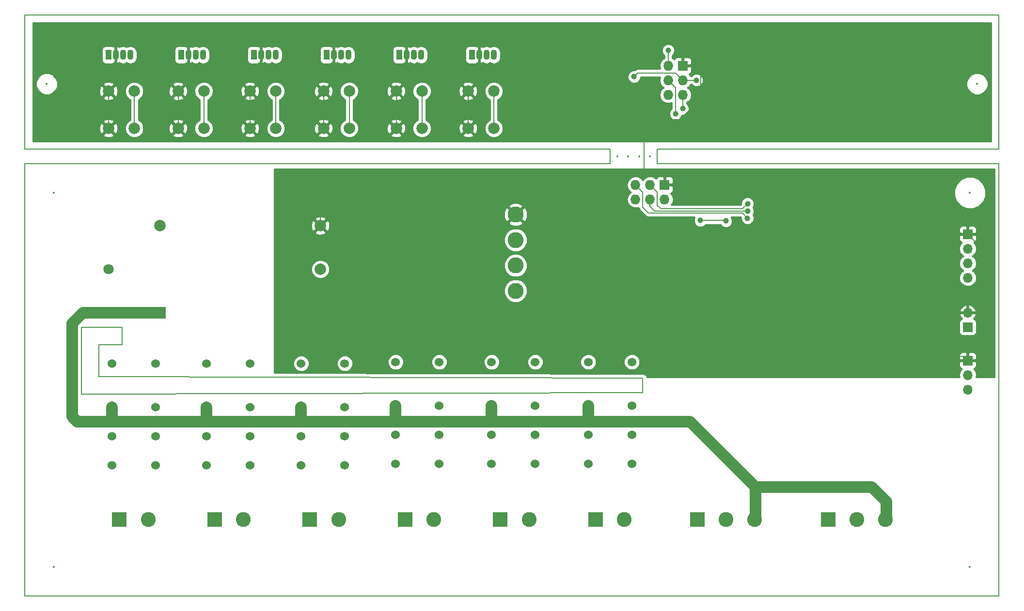
<source format=gbr>
%TF.GenerationSoftware,KiCad,Pcbnew,(5.0.0)*%
%TF.CreationDate,2018-09-13T00:54:13+01:00*%
%TF.ProjectId,AquaHub,417175614875622E6B696361645F7063,rev?*%
%TF.SameCoordinates,Original*%
%TF.FileFunction,Copper,L2,Bot,Signal*%
%TF.FilePolarity,Positive*%
%FSLAX46Y46*%
G04 Gerber Fmt 4.6, Leading zero omitted, Abs format (unit mm)*
G04 Created by KiCad (PCBNEW (5.0.0)) date 09/13/18 00:54:13*
%MOMM*%
%LPD*%
G01*
G04 APERTURE LIST*
%ADD10C,0.200000*%
%ADD11O,1.070000X1.800000*%
%ADD12R,1.070000X1.800000*%
%ADD13O,1.727200X1.727200*%
%ADD14R,1.727200X1.727200*%
%ADD15C,1.800000*%
%ADD16C,2.000000*%
%ADD17R,2.000000X2.000000*%
%ADD18O,1.700000X1.700000*%
%ADD19R,1.700000X1.700000*%
%ADD20C,1.524000*%
%ADD21C,2.600000*%
%ADD22R,2.600000X2.600000*%
%ADD23C,2.800000*%
%ADD24C,1.000000*%
%ADD25C,0.152400*%
%ADD26C,2.000000*%
%ADD27C,0.254000*%
%ADD28C,0.350000*%
G04 APERTURE END LIST*
D10*
X55118000Y-106680000D02*
X48006000Y-106680000D01*
X55118000Y-109728000D02*
X55118000Y-106680000D01*
X51054000Y-109728000D02*
X55118000Y-109728000D01*
X146050000Y-115570000D02*
X146050000Y-118110000D01*
X140335000Y-78105000D02*
X140335000Y-75565000D01*
X148590000Y-75565000D02*
X148590000Y-78105000D01*
X148590000Y-78105000D02*
X208280000Y-78105000D01*
X208280000Y-75565000D02*
X148590000Y-75565000D01*
X208280000Y-52070000D02*
X208280000Y-75565000D01*
X38100000Y-52070000D02*
X208280000Y-52070000D01*
X38100000Y-75565000D02*
X38100000Y-52070000D01*
X140335000Y-75565000D02*
X38100000Y-75565000D01*
X48006000Y-118364000D02*
X48006000Y-106680000D01*
X146050000Y-118110000D02*
X48006000Y-118364000D01*
X51054000Y-115316000D02*
X146050000Y-115570000D01*
X51054000Y-109728000D02*
X51054000Y-115316000D01*
X38100000Y-153670000D02*
X208280000Y-153670000D01*
X38100000Y-78105000D02*
X38100000Y-153670000D01*
X140335000Y-78105000D02*
X38100000Y-78105000D01*
X208280000Y-78105000D02*
X208280000Y-153670000D01*
D11*
X120015000Y-59055000D03*
X118745000Y-59055000D03*
X117475000Y-59055000D03*
D12*
X116205000Y-59055000D03*
D13*
X144780000Y-84328000D03*
X144780000Y-81788000D03*
X147320000Y-84328000D03*
X147320000Y-81788000D03*
X149860000Y-84328000D03*
D14*
X149860000Y-81788000D03*
D15*
X49805000Y-104020000D03*
X52705000Y-96520000D03*
D14*
X153035000Y-60960000D03*
D13*
X150495000Y-60960000D03*
X153035000Y-63500000D03*
X150495000Y-63500000D03*
X153035000Y-66040000D03*
X150495000Y-66040000D03*
D16*
X115515000Y-65405000D03*
X120015000Y-65405000D03*
X115515000Y-71905000D03*
X120015000Y-71905000D03*
X69365000Y-71905000D03*
X64865000Y-71905000D03*
X69365000Y-65405000D03*
X64865000Y-65405000D03*
X89708344Y-88927320D03*
X89707344Y-96547320D03*
X61720000Y-88927320D03*
D17*
X61720000Y-104140000D03*
D18*
X202819000Y-117602000D03*
X202819000Y-115062000D03*
D19*
X202819000Y-112522000D03*
D20*
X60960000Y-113030000D03*
X60960000Y-120650000D03*
X60960000Y-125730000D03*
X60960000Y-130810000D03*
X53340000Y-130810000D03*
X53340000Y-125730000D03*
X53340000Y-120650000D03*
X53340000Y-113030000D03*
X77470000Y-113030000D03*
X77470000Y-120650000D03*
X77470000Y-125730000D03*
X77470000Y-130810000D03*
X69850000Y-130810000D03*
X69850000Y-125730000D03*
X69850000Y-120650000D03*
X69850000Y-113030000D03*
X93980000Y-113030000D03*
X93980000Y-120650000D03*
X93980000Y-125730000D03*
X93980000Y-130810000D03*
X86360000Y-130810000D03*
X86360000Y-125730000D03*
X86360000Y-120650000D03*
X86360000Y-113030000D03*
X110490000Y-112776000D03*
X110490000Y-120396000D03*
X110490000Y-125476000D03*
X110490000Y-130556000D03*
X102870000Y-130556000D03*
X102870000Y-125476000D03*
X102870000Y-120396000D03*
X102870000Y-112776000D03*
X127254000Y-112776000D03*
X127254000Y-120396000D03*
X127254000Y-125476000D03*
X127254000Y-130556000D03*
X119634000Y-130556000D03*
X119634000Y-125476000D03*
X119634000Y-120396000D03*
X119634000Y-112776000D03*
X144145000Y-112776000D03*
X144145000Y-120396000D03*
X144145000Y-125476000D03*
X144145000Y-130556000D03*
X136525000Y-130556000D03*
X136525000Y-125476000D03*
X136525000Y-120396000D03*
X136525000Y-112776000D03*
D18*
X202819000Y-98044000D03*
X202819000Y-95504000D03*
X202819000Y-92964000D03*
D19*
X202819000Y-90424000D03*
D11*
X107315000Y-59055000D03*
X106045000Y-59055000D03*
X104775000Y-59055000D03*
D12*
X103505000Y-59055000D03*
D11*
X94615000Y-59055000D03*
X93345000Y-59055000D03*
X92075000Y-59055000D03*
D12*
X90805000Y-59055000D03*
D11*
X81915000Y-59055000D03*
X80645000Y-59055000D03*
X79375000Y-59055000D03*
D12*
X78105000Y-59055000D03*
D11*
X69215000Y-59055000D03*
X67945000Y-59055000D03*
X66675000Y-59055000D03*
D12*
X65405000Y-59055000D03*
D11*
X56515000Y-59055000D03*
X55245000Y-59055000D03*
X53975000Y-59055000D03*
D12*
X52705000Y-59055000D03*
D16*
X102965000Y-65405000D03*
X107465000Y-65405000D03*
X102965000Y-71905000D03*
X107465000Y-71905000D03*
X94765000Y-71905000D03*
X90265000Y-71905000D03*
X94765000Y-65405000D03*
X90265000Y-65405000D03*
X77415000Y-65405000D03*
X81915000Y-65405000D03*
X77415000Y-71905000D03*
X81915000Y-71905000D03*
X57205000Y-71905000D03*
X52705000Y-71905000D03*
X57205000Y-65405000D03*
X52705000Y-65405000D03*
D21*
X92884000Y-140335000D03*
D22*
X87884000Y-140335000D03*
X104521000Y-140335000D03*
D21*
X109521000Y-140335000D03*
X126158000Y-140335000D03*
D22*
X121158000Y-140335000D03*
D21*
X59610000Y-140335000D03*
D22*
X54610000Y-140335000D03*
X178435000Y-140335000D03*
D21*
X183435000Y-140335000D03*
X188435000Y-140335000D03*
X76247000Y-140335000D03*
D22*
X71247000Y-140335000D03*
X137795000Y-140335000D03*
D21*
X142795000Y-140335000D03*
D22*
X155575000Y-140335000D03*
D21*
X160575000Y-140335000D03*
X165575000Y-140335000D03*
D19*
X202819000Y-106680000D03*
D18*
X202819000Y-104140000D03*
D23*
X123825000Y-95885000D03*
X123825000Y-91440000D03*
X123825000Y-86995000D03*
X123825000Y-100330000D03*
D24*
X115062000Y-83820000D03*
X131318000Y-57150000D03*
X168148000Y-111760000D03*
X162052000Y-81788000D03*
X193675000Y-80010000D03*
X156083000Y-88011000D03*
X160575969Y-88104241D03*
X150495000Y-58278800D03*
X144526000Y-62865000D03*
X155433800Y-63500000D03*
X164352210Y-85090000D03*
X164338000Y-87629994D03*
X153035000Y-68453000D03*
X151765000Y-69342000D03*
X164352210Y-86360000D03*
D25*
X79375000Y-57785000D02*
X79375000Y-59055000D01*
X116840000Y-57150000D02*
X105410000Y-57150000D01*
X54610000Y-57150000D02*
X53975000Y-57785000D01*
X104775000Y-57785000D02*
X104775000Y-59055000D01*
X79375000Y-57785000D02*
X78740000Y-57150000D01*
X67310000Y-57150000D02*
X66675000Y-57785000D01*
X80010000Y-57150000D02*
X79375000Y-57785000D01*
X66675000Y-57785000D02*
X66040000Y-57150000D01*
X105410000Y-57150000D02*
X104775000Y-57785000D01*
X53975000Y-57785000D02*
X53975000Y-59055000D01*
X92075000Y-57785000D02*
X91440000Y-57150000D01*
X91440000Y-57150000D02*
X80010000Y-57150000D01*
X92075000Y-57785000D02*
X92075000Y-59055000D01*
X117475000Y-57785000D02*
X116840000Y-57150000D01*
X66040000Y-57150000D02*
X54610000Y-57150000D01*
X104775000Y-57785000D02*
X104140000Y-57150000D01*
X66675000Y-57785000D02*
X66675000Y-59055000D01*
X78740000Y-57150000D02*
X67310000Y-57150000D01*
X92710000Y-57150000D02*
X92075000Y-57785000D01*
X117475000Y-59055000D02*
X117475000Y-57785000D01*
X104140000Y-57150000D02*
X92710000Y-57150000D01*
X77415000Y-71905000D02*
X77415000Y-65405000D01*
X90265000Y-71905000D02*
X90265000Y-65405000D01*
X102965000Y-71905000D02*
X102965000Y-65405000D01*
X115515000Y-71905000D02*
X115515000Y-65405000D01*
X117475000Y-63445000D02*
X117475000Y-59055000D01*
X115515000Y-65405000D02*
X117475000Y-63445000D01*
X53975000Y-64135000D02*
X53975000Y-59055000D01*
X52705000Y-65405000D02*
X53975000Y-64135000D01*
X52705000Y-71905000D02*
X52705000Y-65405000D01*
X64865000Y-71905000D02*
X64865000Y-65405000D01*
X66675000Y-63595000D02*
X66675000Y-59055000D01*
X64865000Y-65405000D02*
X66675000Y-63595000D01*
X79375000Y-63445000D02*
X79375000Y-59055000D01*
X77415000Y-65405000D02*
X79375000Y-63445000D01*
X92075000Y-63595000D02*
X92075000Y-59055000D01*
X90265000Y-65405000D02*
X92075000Y-63595000D01*
X104775000Y-63595000D02*
X104775000Y-59055000D01*
X102965000Y-65405000D02*
X104775000Y-63595000D01*
X202565000Y-104140000D02*
X206121000Y-104140000D01*
X206121000Y-93726000D02*
X206121000Y-104140000D01*
X202819000Y-90424000D02*
X206121000Y-93726000D01*
X117475000Y-57785000D02*
X118110000Y-57150000D01*
X118110000Y-57150000D02*
X131318000Y-57150000D01*
X153035000Y-57785000D02*
X153035000Y-60960000D01*
X131318000Y-57150000D02*
X152400000Y-57150000D01*
X152400000Y-57150000D02*
X153035000Y-57785000D01*
X206121000Y-111506000D02*
X206121000Y-104140000D01*
X202819000Y-112522000D02*
X205105000Y-112522000D01*
X205105000Y-112522000D02*
X206121000Y-111506000D01*
X149860000Y-81788000D02*
X162052000Y-81788000D01*
X120650000Y-83820000D02*
X123825000Y-86995000D01*
X115062000Y-83820000D02*
X120650000Y-83820000D01*
X89708344Y-84535656D02*
X89708344Y-88927320D01*
X91313000Y-82931000D02*
X89708344Y-84535656D01*
X115062000Y-83820000D02*
X114173000Y-82931000D01*
X114173000Y-82931000D02*
X91313000Y-82931000D01*
X148209000Y-79629000D02*
X131191000Y-79629000D01*
X131191000Y-79629000D02*
X123825000Y-86995000D01*
X149860000Y-80264000D02*
X149860000Y-81788000D01*
X148209000Y-79629000D02*
X149225000Y-79629000D01*
X149225000Y-79629000D02*
X149860000Y-80264000D01*
X146939000Y-79629000D02*
X148209000Y-79629000D01*
X146304000Y-78994000D02*
X146939000Y-79629000D01*
X153035000Y-60960000D02*
X154940000Y-60960000D01*
X154940000Y-60960000D02*
X156210000Y-62230000D01*
X156210000Y-62230000D02*
X156210000Y-66675000D01*
X156210000Y-66675000D02*
X152527000Y-70358000D01*
X152527000Y-70358000D02*
X148463000Y-70358000D01*
X148463000Y-70358000D02*
X146304000Y-72517000D01*
X146304000Y-78994000D02*
X146304000Y-72517000D01*
X201816600Y-90424000D02*
X202819000Y-90424000D01*
X193675000Y-82282400D02*
X201816600Y-90424000D01*
X193675000Y-80010000D02*
X193675000Y-82282400D01*
X202057000Y-111760000D02*
X202819000Y-112522000D01*
X168148000Y-111760000D02*
X202057000Y-111760000D01*
X160482728Y-88011000D02*
X160575969Y-88104241D01*
X156083000Y-88011000D02*
X160482728Y-88011000D01*
X150495000Y-58278800D02*
X150495000Y-60960000D01*
X145161000Y-62230000D02*
X144526000Y-62865000D01*
X153035000Y-63500000D02*
X151765000Y-62230000D01*
X151765000Y-62230000D02*
X145161000Y-62230000D01*
X155433800Y-63500000D02*
X153035000Y-63500000D01*
X163463210Y-85979000D02*
X164352210Y-85090000D01*
X149225000Y-85979000D02*
X163463210Y-85979000D01*
X148590000Y-85344000D02*
X149225000Y-85979000D01*
X147320000Y-81788000D02*
X148590000Y-83058000D01*
X148590000Y-83058000D02*
X148590000Y-85344000D01*
X120015000Y-71905000D02*
X120015000Y-65405000D01*
X107465000Y-71905000D02*
X107465000Y-65405000D01*
X94765000Y-71905000D02*
X94765000Y-65405000D01*
X81915000Y-71905000D02*
X81915000Y-65405000D01*
X69365000Y-71905000D02*
X69365000Y-65405000D01*
X57205000Y-71905000D02*
X57205000Y-65405000D01*
X145643599Y-82651599D02*
X145542000Y-82550000D01*
X145542000Y-82550000D02*
X144780000Y-81788000D01*
X153035000Y-68453000D02*
X153035000Y-66040000D01*
X163434804Y-86726798D02*
X164338000Y-87629994D01*
X147061415Y-86726798D02*
X163434804Y-86726798D01*
X146050000Y-85715383D02*
X147061415Y-86726798D01*
X145542000Y-82550000D02*
X146050000Y-83058000D01*
X146050000Y-83058000D02*
X146050000Y-85715383D01*
X151765000Y-64770000D02*
X150495000Y-63500000D01*
X151765000Y-69342000D02*
X151765000Y-64770000D01*
X147320000Y-84328000D02*
X147320000Y-85549314D01*
X147320000Y-85549314D02*
X148130686Y-86360000D01*
X148130686Y-86360000D02*
X164352210Y-86360000D01*
D26*
X135890000Y-123190000D02*
X119634000Y-123190000D01*
X119634000Y-123190000D02*
X102362000Y-123190000D01*
X48260000Y-104140000D02*
X61720000Y-104140000D01*
X136525000Y-122555000D02*
X135890000Y-123190000D01*
X136525000Y-120396000D02*
X136525000Y-122555000D01*
X119634000Y-120396000D02*
X119634000Y-123190000D01*
X102870000Y-122682000D02*
X102362000Y-123190000D01*
X102870000Y-120396000D02*
X102870000Y-122682000D01*
X86360000Y-123190000D02*
X102362000Y-123190000D01*
X86360000Y-120650000D02*
X86360000Y-123190000D01*
X69850000Y-120650000D02*
X69850000Y-123190000D01*
X86360000Y-123190000D02*
X69850000Y-123190000D01*
X53340000Y-120650000D02*
X53340000Y-123190000D01*
X69850000Y-123190000D02*
X53340000Y-123190000D01*
X165735000Y-134620000D02*
X165735000Y-140335000D01*
X47244000Y-123190000D02*
X53340000Y-123190000D01*
X46355000Y-122301000D02*
X47244000Y-123190000D01*
X46355000Y-106045000D02*
X46355000Y-122301000D01*
X48260000Y-104140000D02*
X46355000Y-106045000D01*
X188595000Y-137160000D02*
X188595000Y-140335000D01*
X186055000Y-134620000D02*
X188595000Y-137160000D01*
X165735000Y-134620000D02*
X186055000Y-134620000D01*
X135890000Y-123190000D02*
X154305000Y-123190000D01*
X154305000Y-123190000D02*
X165735000Y-134620000D01*
D27*
G36*
X207518000Y-115443002D02*
X204257294Y-115443061D01*
X204333092Y-115062000D01*
X204217839Y-114482582D01*
X203889625Y-113991375D01*
X203867967Y-113976904D01*
X204028698Y-113910327D01*
X204207327Y-113731699D01*
X204304000Y-113498310D01*
X204304000Y-112807750D01*
X204145250Y-112649000D01*
X202946000Y-112649000D01*
X202946000Y-112669000D01*
X202692000Y-112669000D01*
X202692000Y-112649000D01*
X201492750Y-112649000D01*
X201334000Y-112807750D01*
X201334000Y-113498310D01*
X201430673Y-113731699D01*
X201609302Y-113910327D01*
X201770033Y-113976904D01*
X201748375Y-113991375D01*
X201420161Y-114482582D01*
X201304908Y-115062000D01*
X201380716Y-115443114D01*
X146774357Y-115444106D01*
X146771047Y-115427467D01*
X146743118Y-115285070D01*
X146742554Y-115284220D01*
X146742354Y-115283217D01*
X146661593Y-115162350D01*
X146581320Y-115041514D01*
X146580473Y-115040945D01*
X146579905Y-115040095D01*
X146459107Y-114959381D01*
X146338633Y-114878416D01*
X146337632Y-114878214D01*
X146336782Y-114877646D01*
X146194091Y-114849263D01*
X146124353Y-114835197D01*
X146123365Y-114835194D01*
X146050000Y-114820601D01*
X145978581Y-114834807D01*
X81661000Y-114662835D01*
X81661000Y-112752119D01*
X84963000Y-112752119D01*
X84963000Y-113307881D01*
X85175680Y-113821337D01*
X85568663Y-114214320D01*
X86082119Y-114427000D01*
X86637881Y-114427000D01*
X87151337Y-114214320D01*
X87544320Y-113821337D01*
X87757000Y-113307881D01*
X87757000Y-112752119D01*
X92583000Y-112752119D01*
X92583000Y-113307881D01*
X92795680Y-113821337D01*
X93188663Y-114214320D01*
X93702119Y-114427000D01*
X94257881Y-114427000D01*
X94771337Y-114214320D01*
X95164320Y-113821337D01*
X95377000Y-113307881D01*
X95377000Y-112752119D01*
X95271790Y-112498119D01*
X101473000Y-112498119D01*
X101473000Y-113053881D01*
X101685680Y-113567337D01*
X102078663Y-113960320D01*
X102592119Y-114173000D01*
X103147881Y-114173000D01*
X103661337Y-113960320D01*
X104054320Y-113567337D01*
X104267000Y-113053881D01*
X104267000Y-112498119D01*
X109093000Y-112498119D01*
X109093000Y-113053881D01*
X109305680Y-113567337D01*
X109698663Y-113960320D01*
X110212119Y-114173000D01*
X110767881Y-114173000D01*
X111281337Y-113960320D01*
X111674320Y-113567337D01*
X111887000Y-113053881D01*
X111887000Y-112498119D01*
X118237000Y-112498119D01*
X118237000Y-113053881D01*
X118449680Y-113567337D01*
X118842663Y-113960320D01*
X119356119Y-114173000D01*
X119911881Y-114173000D01*
X120425337Y-113960320D01*
X120818320Y-113567337D01*
X121031000Y-113053881D01*
X121031000Y-112498119D01*
X125857000Y-112498119D01*
X125857000Y-113053881D01*
X126069680Y-113567337D01*
X126462663Y-113960320D01*
X126976119Y-114173000D01*
X127531881Y-114173000D01*
X128045337Y-113960320D01*
X128438320Y-113567337D01*
X128651000Y-113053881D01*
X128651000Y-112498119D01*
X135128000Y-112498119D01*
X135128000Y-113053881D01*
X135340680Y-113567337D01*
X135733663Y-113960320D01*
X136247119Y-114173000D01*
X136802881Y-114173000D01*
X137316337Y-113960320D01*
X137709320Y-113567337D01*
X137922000Y-113053881D01*
X137922000Y-112498119D01*
X142748000Y-112498119D01*
X142748000Y-113053881D01*
X142960680Y-113567337D01*
X143353663Y-113960320D01*
X143867119Y-114173000D01*
X144422881Y-114173000D01*
X144936337Y-113960320D01*
X145329320Y-113567337D01*
X145542000Y-113053881D01*
X145542000Y-112498119D01*
X145329320Y-111984663D01*
X144936337Y-111591680D01*
X144825308Y-111545690D01*
X201334000Y-111545690D01*
X201334000Y-112236250D01*
X201492750Y-112395000D01*
X202692000Y-112395000D01*
X202692000Y-111195750D01*
X202946000Y-111195750D01*
X202946000Y-112395000D01*
X204145250Y-112395000D01*
X204304000Y-112236250D01*
X204304000Y-111545690D01*
X204207327Y-111312301D01*
X204028698Y-111133673D01*
X203795309Y-111037000D01*
X203104750Y-111037000D01*
X202946000Y-111195750D01*
X202692000Y-111195750D01*
X202533250Y-111037000D01*
X201842691Y-111037000D01*
X201609302Y-111133673D01*
X201430673Y-111312301D01*
X201334000Y-111545690D01*
X144825308Y-111545690D01*
X144422881Y-111379000D01*
X143867119Y-111379000D01*
X143353663Y-111591680D01*
X142960680Y-111984663D01*
X142748000Y-112498119D01*
X137922000Y-112498119D01*
X137709320Y-111984663D01*
X137316337Y-111591680D01*
X136802881Y-111379000D01*
X136247119Y-111379000D01*
X135733663Y-111591680D01*
X135340680Y-111984663D01*
X135128000Y-112498119D01*
X128651000Y-112498119D01*
X128438320Y-111984663D01*
X128045337Y-111591680D01*
X127531881Y-111379000D01*
X126976119Y-111379000D01*
X126462663Y-111591680D01*
X126069680Y-111984663D01*
X125857000Y-112498119D01*
X121031000Y-112498119D01*
X120818320Y-111984663D01*
X120425337Y-111591680D01*
X119911881Y-111379000D01*
X119356119Y-111379000D01*
X118842663Y-111591680D01*
X118449680Y-111984663D01*
X118237000Y-112498119D01*
X111887000Y-112498119D01*
X111674320Y-111984663D01*
X111281337Y-111591680D01*
X110767881Y-111379000D01*
X110212119Y-111379000D01*
X109698663Y-111591680D01*
X109305680Y-111984663D01*
X109093000Y-112498119D01*
X104267000Y-112498119D01*
X104054320Y-111984663D01*
X103661337Y-111591680D01*
X103147881Y-111379000D01*
X102592119Y-111379000D01*
X102078663Y-111591680D01*
X101685680Y-111984663D01*
X101473000Y-112498119D01*
X95271790Y-112498119D01*
X95164320Y-112238663D01*
X94771337Y-111845680D01*
X94257881Y-111633000D01*
X93702119Y-111633000D01*
X93188663Y-111845680D01*
X92795680Y-112238663D01*
X92583000Y-112752119D01*
X87757000Y-112752119D01*
X87544320Y-112238663D01*
X87151337Y-111845680D01*
X86637881Y-111633000D01*
X86082119Y-111633000D01*
X85568663Y-111845680D01*
X85175680Y-112238663D01*
X84963000Y-112752119D01*
X81661000Y-112752119D01*
X81661000Y-105830000D01*
X201321560Y-105830000D01*
X201321560Y-107530000D01*
X201370843Y-107777765D01*
X201511191Y-107987809D01*
X201721235Y-108128157D01*
X201969000Y-108177440D01*
X203669000Y-108177440D01*
X203916765Y-108128157D01*
X204126809Y-107987809D01*
X204267157Y-107777765D01*
X204316440Y-107530000D01*
X204316440Y-105830000D01*
X204267157Y-105582235D01*
X204126809Y-105372191D01*
X203916765Y-105231843D01*
X203813292Y-105211261D01*
X204090645Y-104906924D01*
X204260476Y-104496890D01*
X204139155Y-104267000D01*
X202946000Y-104267000D01*
X202946000Y-104287000D01*
X202692000Y-104287000D01*
X202692000Y-104267000D01*
X201498845Y-104267000D01*
X201377524Y-104496890D01*
X201547355Y-104906924D01*
X201824708Y-105211261D01*
X201721235Y-105231843D01*
X201511191Y-105372191D01*
X201370843Y-105582235D01*
X201321560Y-105830000D01*
X81661000Y-105830000D01*
X81661000Y-103783110D01*
X201377524Y-103783110D01*
X201498845Y-104013000D01*
X202692000Y-104013000D01*
X202692000Y-102819181D01*
X202946000Y-102819181D01*
X202946000Y-104013000D01*
X204139155Y-104013000D01*
X204260476Y-103783110D01*
X204090645Y-103373076D01*
X203700358Y-102944817D01*
X203175892Y-102698514D01*
X202946000Y-102819181D01*
X202692000Y-102819181D01*
X202462108Y-102698514D01*
X201937642Y-102944817D01*
X201547355Y-103373076D01*
X201377524Y-103783110D01*
X81661000Y-103783110D01*
X81661000Y-99925213D01*
X121790000Y-99925213D01*
X121790000Y-100734787D01*
X122099810Y-101482735D01*
X122672265Y-102055190D01*
X123420213Y-102365000D01*
X124229787Y-102365000D01*
X124977735Y-102055190D01*
X125550190Y-101482735D01*
X125860000Y-100734787D01*
X125860000Y-99925213D01*
X125550190Y-99177265D01*
X124977735Y-98604810D01*
X124229787Y-98295000D01*
X123420213Y-98295000D01*
X122672265Y-98604810D01*
X122099810Y-99177265D01*
X121790000Y-99925213D01*
X81661000Y-99925213D01*
X81661000Y-96222098D01*
X88072344Y-96222098D01*
X88072344Y-96872542D01*
X88321258Y-97473473D01*
X88781191Y-97933406D01*
X89382122Y-98182320D01*
X90032566Y-98182320D01*
X90633497Y-97933406D01*
X91093430Y-97473473D01*
X91342344Y-96872542D01*
X91342344Y-96222098D01*
X91093430Y-95621167D01*
X90952476Y-95480213D01*
X121790000Y-95480213D01*
X121790000Y-96289787D01*
X122099810Y-97037735D01*
X122672265Y-97610190D01*
X123420213Y-97920000D01*
X124229787Y-97920000D01*
X124977735Y-97610190D01*
X125550190Y-97037735D01*
X125860000Y-96289787D01*
X125860000Y-95480213D01*
X125550190Y-94732265D01*
X124977735Y-94159810D01*
X124229787Y-93850000D01*
X123420213Y-93850000D01*
X122672265Y-94159810D01*
X122099810Y-94732265D01*
X121790000Y-95480213D01*
X90952476Y-95480213D01*
X90633497Y-95161234D01*
X90032566Y-94912320D01*
X89382122Y-94912320D01*
X88781191Y-95161234D01*
X88321258Y-95621167D01*
X88072344Y-96222098D01*
X81661000Y-96222098D01*
X81661000Y-91035213D01*
X121790000Y-91035213D01*
X121790000Y-91844787D01*
X122099810Y-92592735D01*
X122672265Y-93165190D01*
X123420213Y-93475000D01*
X124229787Y-93475000D01*
X124977735Y-93165190D01*
X125178925Y-92964000D01*
X201304908Y-92964000D01*
X201420161Y-93543418D01*
X201748375Y-94034625D01*
X202046761Y-94234000D01*
X201748375Y-94433375D01*
X201420161Y-94924582D01*
X201304908Y-95504000D01*
X201420161Y-96083418D01*
X201748375Y-96574625D01*
X202046761Y-96774000D01*
X201748375Y-96973375D01*
X201420161Y-97464582D01*
X201304908Y-98044000D01*
X201420161Y-98623418D01*
X201748375Y-99114625D01*
X202239582Y-99442839D01*
X202672744Y-99529000D01*
X202965256Y-99529000D01*
X203398418Y-99442839D01*
X203889625Y-99114625D01*
X204217839Y-98623418D01*
X204333092Y-98044000D01*
X204217839Y-97464582D01*
X203889625Y-96973375D01*
X203591239Y-96774000D01*
X203889625Y-96574625D01*
X204217839Y-96083418D01*
X204333092Y-95504000D01*
X204217839Y-94924582D01*
X203889625Y-94433375D01*
X203591239Y-94234000D01*
X203889625Y-94034625D01*
X204217839Y-93543418D01*
X204333092Y-92964000D01*
X204217839Y-92384582D01*
X203889625Y-91893375D01*
X203867967Y-91878904D01*
X204028698Y-91812327D01*
X204207327Y-91633699D01*
X204304000Y-91400310D01*
X204304000Y-90709750D01*
X204145250Y-90551000D01*
X202946000Y-90551000D01*
X202946000Y-90571000D01*
X202692000Y-90571000D01*
X202692000Y-90551000D01*
X201492750Y-90551000D01*
X201334000Y-90709750D01*
X201334000Y-91400310D01*
X201430673Y-91633699D01*
X201609302Y-91812327D01*
X201770033Y-91878904D01*
X201748375Y-91893375D01*
X201420161Y-92384582D01*
X201304908Y-92964000D01*
X125178925Y-92964000D01*
X125550190Y-92592735D01*
X125860000Y-91844787D01*
X125860000Y-91035213D01*
X125550190Y-90287265D01*
X124977735Y-89714810D01*
X124332850Y-89447690D01*
X201334000Y-89447690D01*
X201334000Y-90138250D01*
X201492750Y-90297000D01*
X202692000Y-90297000D01*
X202692000Y-89097750D01*
X202946000Y-89097750D01*
X202946000Y-90297000D01*
X204145250Y-90297000D01*
X204304000Y-90138250D01*
X204304000Y-89447690D01*
X204207327Y-89214301D01*
X204028698Y-89035673D01*
X203795309Y-88939000D01*
X203104750Y-88939000D01*
X202946000Y-89097750D01*
X202692000Y-89097750D01*
X202533250Y-88939000D01*
X201842691Y-88939000D01*
X201609302Y-89035673D01*
X201430673Y-89214301D01*
X201334000Y-89447690D01*
X124332850Y-89447690D01*
X124229787Y-89405000D01*
X123420213Y-89405000D01*
X122672265Y-89714810D01*
X122099810Y-90287265D01*
X121790000Y-91035213D01*
X81661000Y-91035213D01*
X81661000Y-90079852D01*
X88735417Y-90079852D01*
X88834080Y-90346707D01*
X89443805Y-90573228D01*
X90093804Y-90549176D01*
X90582608Y-90346707D01*
X90681271Y-90079852D01*
X89708344Y-89106925D01*
X88735417Y-90079852D01*
X81661000Y-90079852D01*
X81661000Y-88662781D01*
X88062436Y-88662781D01*
X88086488Y-89312780D01*
X88288957Y-89801584D01*
X88555812Y-89900247D01*
X89528739Y-88927320D01*
X89887949Y-88927320D01*
X90860876Y-89900247D01*
X91127731Y-89801584D01*
X91354252Y-89191859D01*
X91330200Y-88541860D01*
X91286652Y-88436724D01*
X122562882Y-88436724D01*
X122710455Y-88745106D01*
X123465031Y-89038405D01*
X124274409Y-89020614D01*
X124939545Y-88745106D01*
X125087118Y-88436724D01*
X123825000Y-87174605D01*
X122562882Y-88436724D01*
X91286652Y-88436724D01*
X91127731Y-88053056D01*
X90860876Y-87954393D01*
X89887949Y-88927320D01*
X89528739Y-88927320D01*
X88555812Y-87954393D01*
X88288957Y-88053056D01*
X88062436Y-88662781D01*
X81661000Y-88662781D01*
X81661000Y-87774788D01*
X88735417Y-87774788D01*
X89708344Y-88747715D01*
X90681271Y-87774788D01*
X90582608Y-87507933D01*
X89972883Y-87281412D01*
X89322884Y-87305464D01*
X88834080Y-87507933D01*
X88735417Y-87774788D01*
X81661000Y-87774788D01*
X81661000Y-86635031D01*
X121781595Y-86635031D01*
X121799386Y-87444409D01*
X122074894Y-88109545D01*
X122383276Y-88257118D01*
X123645395Y-86995000D01*
X124004605Y-86995000D01*
X125266724Y-88257118D01*
X125575106Y-88109545D01*
X125868405Y-87354969D01*
X125850614Y-86545591D01*
X125575106Y-85880455D01*
X125266724Y-85732882D01*
X124004605Y-86995000D01*
X123645395Y-86995000D01*
X122383276Y-85732882D01*
X122074894Y-85880455D01*
X121781595Y-86635031D01*
X81661000Y-86635031D01*
X81661000Y-85553276D01*
X122562882Y-85553276D01*
X123825000Y-86815395D01*
X125087118Y-85553276D01*
X124939545Y-85244894D01*
X124184969Y-84951595D01*
X123375591Y-84969386D01*
X122710455Y-85244894D01*
X122562882Y-85553276D01*
X81661000Y-85553276D01*
X81661000Y-81788000D01*
X143252041Y-81788000D01*
X143368350Y-82372725D01*
X143699570Y-82868430D01*
X143983281Y-83058000D01*
X143699570Y-83247570D01*
X143368350Y-83743275D01*
X143252041Y-84328000D01*
X143368350Y-84912725D01*
X143699570Y-85408430D01*
X144195275Y-85739650D01*
X144632402Y-85826600D01*
X144927598Y-85826600D01*
X145331028Y-85746353D01*
X145380065Y-85992879D01*
X145497576Y-86168747D01*
X145497579Y-86168750D01*
X145537255Y-86228129D01*
X145596634Y-86267805D01*
X146508993Y-87180165D01*
X146548669Y-87239544D01*
X146608048Y-87279220D01*
X146608050Y-87279222D01*
X146672382Y-87322207D01*
X146783919Y-87396734D01*
X146991369Y-87437998D01*
X146991373Y-87437998D01*
X147061415Y-87451930D01*
X147131457Y-87437998D01*
X155091830Y-87437998D01*
X154948000Y-87785234D01*
X154948000Y-88236766D01*
X155120793Y-88653926D01*
X155440074Y-88973207D01*
X155857234Y-89146000D01*
X156308766Y-89146000D01*
X156725926Y-88973207D01*
X156976933Y-88722200D01*
X159603420Y-88722200D01*
X159613762Y-88747167D01*
X159933043Y-89066448D01*
X160350203Y-89239241D01*
X160801735Y-89239241D01*
X161218895Y-89066448D01*
X161538176Y-88747167D01*
X161710969Y-88330007D01*
X161710969Y-87878475D01*
X161538176Y-87461315D01*
X161514859Y-87437998D01*
X163140216Y-87437998D01*
X163203000Y-87500782D01*
X163203000Y-87855760D01*
X163375793Y-88272920D01*
X163695074Y-88592201D01*
X164112234Y-88764994D01*
X164563766Y-88764994D01*
X164980926Y-88592201D01*
X165300207Y-88272920D01*
X165473000Y-87855760D01*
X165473000Y-87404228D01*
X165309014Y-87008329D01*
X165314417Y-87002926D01*
X165487210Y-86585766D01*
X165487210Y-86134234D01*
X165317700Y-85725000D01*
X165487210Y-85315766D01*
X165487210Y-84864234D01*
X165314417Y-84447074D01*
X164995136Y-84127793D01*
X164577976Y-83955000D01*
X164126444Y-83955000D01*
X163709284Y-84127793D01*
X163390003Y-84447074D01*
X163217210Y-84864234D01*
X163217210Y-85219212D01*
X163168622Y-85267800D01*
X151034396Y-85267800D01*
X151271650Y-84912725D01*
X151387959Y-84328000D01*
X151271650Y-83743275D01*
X150941234Y-83248773D01*
X151083299Y-83189927D01*
X151261927Y-83011298D01*
X151358600Y-82777909D01*
X151358600Y-82631029D01*
X200415000Y-82631029D01*
X200415000Y-83738971D01*
X200838991Y-84762576D01*
X201622424Y-85546009D01*
X202646029Y-85970000D01*
X203753971Y-85970000D01*
X204777576Y-85546009D01*
X205561009Y-84762576D01*
X205985000Y-83738971D01*
X205985000Y-82631029D01*
X205561009Y-81607424D01*
X204777576Y-80823991D01*
X203753971Y-80400000D01*
X202646029Y-80400000D01*
X201622424Y-80823991D01*
X200838991Y-81607424D01*
X200415000Y-82631029D01*
X151358600Y-82631029D01*
X151358600Y-82073750D01*
X151199850Y-81915000D01*
X149987000Y-81915000D01*
X149987000Y-81935000D01*
X149733000Y-81935000D01*
X149733000Y-81915000D01*
X149713000Y-81915000D01*
X149713000Y-81661000D01*
X149733000Y-81661000D01*
X149733000Y-80448150D01*
X149987000Y-80448150D01*
X149987000Y-81661000D01*
X151199850Y-81661000D01*
X151358600Y-81502250D01*
X151358600Y-80798091D01*
X151261927Y-80564702D01*
X151083299Y-80386073D01*
X150849910Y-80289400D01*
X150145750Y-80289400D01*
X149987000Y-80448150D01*
X149733000Y-80448150D01*
X149574250Y-80289400D01*
X148870090Y-80289400D01*
X148636701Y-80386073D01*
X148458073Y-80564702D01*
X148399228Y-80706767D01*
X147904725Y-80376350D01*
X147467598Y-80289400D01*
X147172402Y-80289400D01*
X146735275Y-80376350D01*
X146239570Y-80707570D01*
X146050000Y-80991281D01*
X145860430Y-80707570D01*
X145364725Y-80376350D01*
X144927598Y-80289400D01*
X144632402Y-80289400D01*
X144195275Y-80376350D01*
X143699570Y-80707570D01*
X143368350Y-81203275D01*
X143252041Y-81788000D01*
X81661000Y-81788000D01*
X81661000Y-78994000D01*
X207518000Y-78994000D01*
X207518000Y-115443002D01*
X207518000Y-115443002D01*
G37*
X207518000Y-115443002D02*
X204257294Y-115443061D01*
X204333092Y-115062000D01*
X204217839Y-114482582D01*
X203889625Y-113991375D01*
X203867967Y-113976904D01*
X204028698Y-113910327D01*
X204207327Y-113731699D01*
X204304000Y-113498310D01*
X204304000Y-112807750D01*
X204145250Y-112649000D01*
X202946000Y-112649000D01*
X202946000Y-112669000D01*
X202692000Y-112669000D01*
X202692000Y-112649000D01*
X201492750Y-112649000D01*
X201334000Y-112807750D01*
X201334000Y-113498310D01*
X201430673Y-113731699D01*
X201609302Y-113910327D01*
X201770033Y-113976904D01*
X201748375Y-113991375D01*
X201420161Y-114482582D01*
X201304908Y-115062000D01*
X201380716Y-115443114D01*
X146774357Y-115444106D01*
X146771047Y-115427467D01*
X146743118Y-115285070D01*
X146742554Y-115284220D01*
X146742354Y-115283217D01*
X146661593Y-115162350D01*
X146581320Y-115041514D01*
X146580473Y-115040945D01*
X146579905Y-115040095D01*
X146459107Y-114959381D01*
X146338633Y-114878416D01*
X146337632Y-114878214D01*
X146336782Y-114877646D01*
X146194091Y-114849263D01*
X146124353Y-114835197D01*
X146123365Y-114835194D01*
X146050000Y-114820601D01*
X145978581Y-114834807D01*
X81661000Y-114662835D01*
X81661000Y-112752119D01*
X84963000Y-112752119D01*
X84963000Y-113307881D01*
X85175680Y-113821337D01*
X85568663Y-114214320D01*
X86082119Y-114427000D01*
X86637881Y-114427000D01*
X87151337Y-114214320D01*
X87544320Y-113821337D01*
X87757000Y-113307881D01*
X87757000Y-112752119D01*
X92583000Y-112752119D01*
X92583000Y-113307881D01*
X92795680Y-113821337D01*
X93188663Y-114214320D01*
X93702119Y-114427000D01*
X94257881Y-114427000D01*
X94771337Y-114214320D01*
X95164320Y-113821337D01*
X95377000Y-113307881D01*
X95377000Y-112752119D01*
X95271790Y-112498119D01*
X101473000Y-112498119D01*
X101473000Y-113053881D01*
X101685680Y-113567337D01*
X102078663Y-113960320D01*
X102592119Y-114173000D01*
X103147881Y-114173000D01*
X103661337Y-113960320D01*
X104054320Y-113567337D01*
X104267000Y-113053881D01*
X104267000Y-112498119D01*
X109093000Y-112498119D01*
X109093000Y-113053881D01*
X109305680Y-113567337D01*
X109698663Y-113960320D01*
X110212119Y-114173000D01*
X110767881Y-114173000D01*
X111281337Y-113960320D01*
X111674320Y-113567337D01*
X111887000Y-113053881D01*
X111887000Y-112498119D01*
X118237000Y-112498119D01*
X118237000Y-113053881D01*
X118449680Y-113567337D01*
X118842663Y-113960320D01*
X119356119Y-114173000D01*
X119911881Y-114173000D01*
X120425337Y-113960320D01*
X120818320Y-113567337D01*
X121031000Y-113053881D01*
X121031000Y-112498119D01*
X125857000Y-112498119D01*
X125857000Y-113053881D01*
X126069680Y-113567337D01*
X126462663Y-113960320D01*
X126976119Y-114173000D01*
X127531881Y-114173000D01*
X128045337Y-113960320D01*
X128438320Y-113567337D01*
X128651000Y-113053881D01*
X128651000Y-112498119D01*
X135128000Y-112498119D01*
X135128000Y-113053881D01*
X135340680Y-113567337D01*
X135733663Y-113960320D01*
X136247119Y-114173000D01*
X136802881Y-114173000D01*
X137316337Y-113960320D01*
X137709320Y-113567337D01*
X137922000Y-113053881D01*
X137922000Y-112498119D01*
X142748000Y-112498119D01*
X142748000Y-113053881D01*
X142960680Y-113567337D01*
X143353663Y-113960320D01*
X143867119Y-114173000D01*
X144422881Y-114173000D01*
X144936337Y-113960320D01*
X145329320Y-113567337D01*
X145542000Y-113053881D01*
X145542000Y-112498119D01*
X145329320Y-111984663D01*
X144936337Y-111591680D01*
X144825308Y-111545690D01*
X201334000Y-111545690D01*
X201334000Y-112236250D01*
X201492750Y-112395000D01*
X202692000Y-112395000D01*
X202692000Y-111195750D01*
X202946000Y-111195750D01*
X202946000Y-112395000D01*
X204145250Y-112395000D01*
X204304000Y-112236250D01*
X204304000Y-111545690D01*
X204207327Y-111312301D01*
X204028698Y-111133673D01*
X203795309Y-111037000D01*
X203104750Y-111037000D01*
X202946000Y-111195750D01*
X202692000Y-111195750D01*
X202533250Y-111037000D01*
X201842691Y-111037000D01*
X201609302Y-111133673D01*
X201430673Y-111312301D01*
X201334000Y-111545690D01*
X144825308Y-111545690D01*
X144422881Y-111379000D01*
X143867119Y-111379000D01*
X143353663Y-111591680D01*
X142960680Y-111984663D01*
X142748000Y-112498119D01*
X137922000Y-112498119D01*
X137709320Y-111984663D01*
X137316337Y-111591680D01*
X136802881Y-111379000D01*
X136247119Y-111379000D01*
X135733663Y-111591680D01*
X135340680Y-111984663D01*
X135128000Y-112498119D01*
X128651000Y-112498119D01*
X128438320Y-111984663D01*
X128045337Y-111591680D01*
X127531881Y-111379000D01*
X126976119Y-111379000D01*
X126462663Y-111591680D01*
X126069680Y-111984663D01*
X125857000Y-112498119D01*
X121031000Y-112498119D01*
X120818320Y-111984663D01*
X120425337Y-111591680D01*
X119911881Y-111379000D01*
X119356119Y-111379000D01*
X118842663Y-111591680D01*
X118449680Y-111984663D01*
X118237000Y-112498119D01*
X111887000Y-112498119D01*
X111674320Y-111984663D01*
X111281337Y-111591680D01*
X110767881Y-111379000D01*
X110212119Y-111379000D01*
X109698663Y-111591680D01*
X109305680Y-111984663D01*
X109093000Y-112498119D01*
X104267000Y-112498119D01*
X104054320Y-111984663D01*
X103661337Y-111591680D01*
X103147881Y-111379000D01*
X102592119Y-111379000D01*
X102078663Y-111591680D01*
X101685680Y-111984663D01*
X101473000Y-112498119D01*
X95271790Y-112498119D01*
X95164320Y-112238663D01*
X94771337Y-111845680D01*
X94257881Y-111633000D01*
X93702119Y-111633000D01*
X93188663Y-111845680D01*
X92795680Y-112238663D01*
X92583000Y-112752119D01*
X87757000Y-112752119D01*
X87544320Y-112238663D01*
X87151337Y-111845680D01*
X86637881Y-111633000D01*
X86082119Y-111633000D01*
X85568663Y-111845680D01*
X85175680Y-112238663D01*
X84963000Y-112752119D01*
X81661000Y-112752119D01*
X81661000Y-105830000D01*
X201321560Y-105830000D01*
X201321560Y-107530000D01*
X201370843Y-107777765D01*
X201511191Y-107987809D01*
X201721235Y-108128157D01*
X201969000Y-108177440D01*
X203669000Y-108177440D01*
X203916765Y-108128157D01*
X204126809Y-107987809D01*
X204267157Y-107777765D01*
X204316440Y-107530000D01*
X204316440Y-105830000D01*
X204267157Y-105582235D01*
X204126809Y-105372191D01*
X203916765Y-105231843D01*
X203813292Y-105211261D01*
X204090645Y-104906924D01*
X204260476Y-104496890D01*
X204139155Y-104267000D01*
X202946000Y-104267000D01*
X202946000Y-104287000D01*
X202692000Y-104287000D01*
X202692000Y-104267000D01*
X201498845Y-104267000D01*
X201377524Y-104496890D01*
X201547355Y-104906924D01*
X201824708Y-105211261D01*
X201721235Y-105231843D01*
X201511191Y-105372191D01*
X201370843Y-105582235D01*
X201321560Y-105830000D01*
X81661000Y-105830000D01*
X81661000Y-103783110D01*
X201377524Y-103783110D01*
X201498845Y-104013000D01*
X202692000Y-104013000D01*
X202692000Y-102819181D01*
X202946000Y-102819181D01*
X202946000Y-104013000D01*
X204139155Y-104013000D01*
X204260476Y-103783110D01*
X204090645Y-103373076D01*
X203700358Y-102944817D01*
X203175892Y-102698514D01*
X202946000Y-102819181D01*
X202692000Y-102819181D01*
X202462108Y-102698514D01*
X201937642Y-102944817D01*
X201547355Y-103373076D01*
X201377524Y-103783110D01*
X81661000Y-103783110D01*
X81661000Y-99925213D01*
X121790000Y-99925213D01*
X121790000Y-100734787D01*
X122099810Y-101482735D01*
X122672265Y-102055190D01*
X123420213Y-102365000D01*
X124229787Y-102365000D01*
X124977735Y-102055190D01*
X125550190Y-101482735D01*
X125860000Y-100734787D01*
X125860000Y-99925213D01*
X125550190Y-99177265D01*
X124977735Y-98604810D01*
X124229787Y-98295000D01*
X123420213Y-98295000D01*
X122672265Y-98604810D01*
X122099810Y-99177265D01*
X121790000Y-99925213D01*
X81661000Y-99925213D01*
X81661000Y-96222098D01*
X88072344Y-96222098D01*
X88072344Y-96872542D01*
X88321258Y-97473473D01*
X88781191Y-97933406D01*
X89382122Y-98182320D01*
X90032566Y-98182320D01*
X90633497Y-97933406D01*
X91093430Y-97473473D01*
X91342344Y-96872542D01*
X91342344Y-96222098D01*
X91093430Y-95621167D01*
X90952476Y-95480213D01*
X121790000Y-95480213D01*
X121790000Y-96289787D01*
X122099810Y-97037735D01*
X122672265Y-97610190D01*
X123420213Y-97920000D01*
X124229787Y-97920000D01*
X124977735Y-97610190D01*
X125550190Y-97037735D01*
X125860000Y-96289787D01*
X125860000Y-95480213D01*
X125550190Y-94732265D01*
X124977735Y-94159810D01*
X124229787Y-93850000D01*
X123420213Y-93850000D01*
X122672265Y-94159810D01*
X122099810Y-94732265D01*
X121790000Y-95480213D01*
X90952476Y-95480213D01*
X90633497Y-95161234D01*
X90032566Y-94912320D01*
X89382122Y-94912320D01*
X88781191Y-95161234D01*
X88321258Y-95621167D01*
X88072344Y-96222098D01*
X81661000Y-96222098D01*
X81661000Y-91035213D01*
X121790000Y-91035213D01*
X121790000Y-91844787D01*
X122099810Y-92592735D01*
X122672265Y-93165190D01*
X123420213Y-93475000D01*
X124229787Y-93475000D01*
X124977735Y-93165190D01*
X125178925Y-92964000D01*
X201304908Y-92964000D01*
X201420161Y-93543418D01*
X201748375Y-94034625D01*
X202046761Y-94234000D01*
X201748375Y-94433375D01*
X201420161Y-94924582D01*
X201304908Y-95504000D01*
X201420161Y-96083418D01*
X201748375Y-96574625D01*
X202046761Y-96774000D01*
X201748375Y-96973375D01*
X201420161Y-97464582D01*
X201304908Y-98044000D01*
X201420161Y-98623418D01*
X201748375Y-99114625D01*
X202239582Y-99442839D01*
X202672744Y-99529000D01*
X202965256Y-99529000D01*
X203398418Y-99442839D01*
X203889625Y-99114625D01*
X204217839Y-98623418D01*
X204333092Y-98044000D01*
X204217839Y-97464582D01*
X203889625Y-96973375D01*
X203591239Y-96774000D01*
X203889625Y-96574625D01*
X204217839Y-96083418D01*
X204333092Y-95504000D01*
X204217839Y-94924582D01*
X203889625Y-94433375D01*
X203591239Y-94234000D01*
X203889625Y-94034625D01*
X204217839Y-93543418D01*
X204333092Y-92964000D01*
X204217839Y-92384582D01*
X203889625Y-91893375D01*
X203867967Y-91878904D01*
X204028698Y-91812327D01*
X204207327Y-91633699D01*
X204304000Y-91400310D01*
X204304000Y-90709750D01*
X204145250Y-90551000D01*
X202946000Y-90551000D01*
X202946000Y-90571000D01*
X202692000Y-90571000D01*
X202692000Y-90551000D01*
X201492750Y-90551000D01*
X201334000Y-90709750D01*
X201334000Y-91400310D01*
X201430673Y-91633699D01*
X201609302Y-91812327D01*
X201770033Y-91878904D01*
X201748375Y-91893375D01*
X201420161Y-92384582D01*
X201304908Y-92964000D01*
X125178925Y-92964000D01*
X125550190Y-92592735D01*
X125860000Y-91844787D01*
X125860000Y-91035213D01*
X125550190Y-90287265D01*
X124977735Y-89714810D01*
X124332850Y-89447690D01*
X201334000Y-89447690D01*
X201334000Y-90138250D01*
X201492750Y-90297000D01*
X202692000Y-90297000D01*
X202692000Y-89097750D01*
X202946000Y-89097750D01*
X202946000Y-90297000D01*
X204145250Y-90297000D01*
X204304000Y-90138250D01*
X204304000Y-89447690D01*
X204207327Y-89214301D01*
X204028698Y-89035673D01*
X203795309Y-88939000D01*
X203104750Y-88939000D01*
X202946000Y-89097750D01*
X202692000Y-89097750D01*
X202533250Y-88939000D01*
X201842691Y-88939000D01*
X201609302Y-89035673D01*
X201430673Y-89214301D01*
X201334000Y-89447690D01*
X124332850Y-89447690D01*
X124229787Y-89405000D01*
X123420213Y-89405000D01*
X122672265Y-89714810D01*
X122099810Y-90287265D01*
X121790000Y-91035213D01*
X81661000Y-91035213D01*
X81661000Y-90079852D01*
X88735417Y-90079852D01*
X88834080Y-90346707D01*
X89443805Y-90573228D01*
X90093804Y-90549176D01*
X90582608Y-90346707D01*
X90681271Y-90079852D01*
X89708344Y-89106925D01*
X88735417Y-90079852D01*
X81661000Y-90079852D01*
X81661000Y-88662781D01*
X88062436Y-88662781D01*
X88086488Y-89312780D01*
X88288957Y-89801584D01*
X88555812Y-89900247D01*
X89528739Y-88927320D01*
X89887949Y-88927320D01*
X90860876Y-89900247D01*
X91127731Y-89801584D01*
X91354252Y-89191859D01*
X91330200Y-88541860D01*
X91286652Y-88436724D01*
X122562882Y-88436724D01*
X122710455Y-88745106D01*
X123465031Y-89038405D01*
X124274409Y-89020614D01*
X124939545Y-88745106D01*
X125087118Y-88436724D01*
X123825000Y-87174605D01*
X122562882Y-88436724D01*
X91286652Y-88436724D01*
X91127731Y-88053056D01*
X90860876Y-87954393D01*
X89887949Y-88927320D01*
X89528739Y-88927320D01*
X88555812Y-87954393D01*
X88288957Y-88053056D01*
X88062436Y-88662781D01*
X81661000Y-88662781D01*
X81661000Y-87774788D01*
X88735417Y-87774788D01*
X89708344Y-88747715D01*
X90681271Y-87774788D01*
X90582608Y-87507933D01*
X89972883Y-87281412D01*
X89322884Y-87305464D01*
X88834080Y-87507933D01*
X88735417Y-87774788D01*
X81661000Y-87774788D01*
X81661000Y-86635031D01*
X121781595Y-86635031D01*
X121799386Y-87444409D01*
X122074894Y-88109545D01*
X122383276Y-88257118D01*
X123645395Y-86995000D01*
X124004605Y-86995000D01*
X125266724Y-88257118D01*
X125575106Y-88109545D01*
X125868405Y-87354969D01*
X125850614Y-86545591D01*
X125575106Y-85880455D01*
X125266724Y-85732882D01*
X124004605Y-86995000D01*
X123645395Y-86995000D01*
X122383276Y-85732882D01*
X122074894Y-85880455D01*
X121781595Y-86635031D01*
X81661000Y-86635031D01*
X81661000Y-85553276D01*
X122562882Y-85553276D01*
X123825000Y-86815395D01*
X125087118Y-85553276D01*
X124939545Y-85244894D01*
X124184969Y-84951595D01*
X123375591Y-84969386D01*
X122710455Y-85244894D01*
X122562882Y-85553276D01*
X81661000Y-85553276D01*
X81661000Y-81788000D01*
X143252041Y-81788000D01*
X143368350Y-82372725D01*
X143699570Y-82868430D01*
X143983281Y-83058000D01*
X143699570Y-83247570D01*
X143368350Y-83743275D01*
X143252041Y-84328000D01*
X143368350Y-84912725D01*
X143699570Y-85408430D01*
X144195275Y-85739650D01*
X144632402Y-85826600D01*
X144927598Y-85826600D01*
X145331028Y-85746353D01*
X145380065Y-85992879D01*
X145497576Y-86168747D01*
X145497579Y-86168750D01*
X145537255Y-86228129D01*
X145596634Y-86267805D01*
X146508993Y-87180165D01*
X146548669Y-87239544D01*
X146608048Y-87279220D01*
X146608050Y-87279222D01*
X146672382Y-87322207D01*
X146783919Y-87396734D01*
X146991369Y-87437998D01*
X146991373Y-87437998D01*
X147061415Y-87451930D01*
X147131457Y-87437998D01*
X155091830Y-87437998D01*
X154948000Y-87785234D01*
X154948000Y-88236766D01*
X155120793Y-88653926D01*
X155440074Y-88973207D01*
X155857234Y-89146000D01*
X156308766Y-89146000D01*
X156725926Y-88973207D01*
X156976933Y-88722200D01*
X159603420Y-88722200D01*
X159613762Y-88747167D01*
X159933043Y-89066448D01*
X160350203Y-89239241D01*
X160801735Y-89239241D01*
X161218895Y-89066448D01*
X161538176Y-88747167D01*
X161710969Y-88330007D01*
X161710969Y-87878475D01*
X161538176Y-87461315D01*
X161514859Y-87437998D01*
X163140216Y-87437998D01*
X163203000Y-87500782D01*
X163203000Y-87855760D01*
X163375793Y-88272920D01*
X163695074Y-88592201D01*
X164112234Y-88764994D01*
X164563766Y-88764994D01*
X164980926Y-88592201D01*
X165300207Y-88272920D01*
X165473000Y-87855760D01*
X165473000Y-87404228D01*
X165309014Y-87008329D01*
X165314417Y-87002926D01*
X165487210Y-86585766D01*
X165487210Y-86134234D01*
X165317700Y-85725000D01*
X165487210Y-85315766D01*
X165487210Y-84864234D01*
X165314417Y-84447074D01*
X164995136Y-84127793D01*
X164577976Y-83955000D01*
X164126444Y-83955000D01*
X163709284Y-84127793D01*
X163390003Y-84447074D01*
X163217210Y-84864234D01*
X163217210Y-85219212D01*
X163168622Y-85267800D01*
X151034396Y-85267800D01*
X151271650Y-84912725D01*
X151387959Y-84328000D01*
X151271650Y-83743275D01*
X150941234Y-83248773D01*
X151083299Y-83189927D01*
X151261927Y-83011298D01*
X151358600Y-82777909D01*
X151358600Y-82631029D01*
X200415000Y-82631029D01*
X200415000Y-83738971D01*
X200838991Y-84762576D01*
X201622424Y-85546009D01*
X202646029Y-85970000D01*
X203753971Y-85970000D01*
X204777576Y-85546009D01*
X205561009Y-84762576D01*
X205985000Y-83738971D01*
X205985000Y-82631029D01*
X205561009Y-81607424D01*
X204777576Y-80823991D01*
X203753971Y-80400000D01*
X202646029Y-80400000D01*
X201622424Y-80823991D01*
X200838991Y-81607424D01*
X200415000Y-82631029D01*
X151358600Y-82631029D01*
X151358600Y-82073750D01*
X151199850Y-81915000D01*
X149987000Y-81915000D01*
X149987000Y-81935000D01*
X149733000Y-81935000D01*
X149733000Y-81915000D01*
X149713000Y-81915000D01*
X149713000Y-81661000D01*
X149733000Y-81661000D01*
X149733000Y-80448150D01*
X149987000Y-80448150D01*
X149987000Y-81661000D01*
X151199850Y-81661000D01*
X151358600Y-81502250D01*
X151358600Y-80798091D01*
X151261927Y-80564702D01*
X151083299Y-80386073D01*
X150849910Y-80289400D01*
X150145750Y-80289400D01*
X149987000Y-80448150D01*
X149733000Y-80448150D01*
X149574250Y-80289400D01*
X148870090Y-80289400D01*
X148636701Y-80386073D01*
X148458073Y-80564702D01*
X148399228Y-80706767D01*
X147904725Y-80376350D01*
X147467598Y-80289400D01*
X147172402Y-80289400D01*
X146735275Y-80376350D01*
X146239570Y-80707570D01*
X146050000Y-80991281D01*
X145860430Y-80707570D01*
X145364725Y-80376350D01*
X144927598Y-80289400D01*
X144632402Y-80289400D01*
X144195275Y-80376350D01*
X143699570Y-80707570D01*
X143368350Y-81203275D01*
X143252041Y-81788000D01*
X81661000Y-81788000D01*
X81661000Y-78994000D01*
X207518000Y-78994000D01*
X207518000Y-115443002D01*
G36*
X206883000Y-74168000D02*
X39497000Y-74168000D01*
X39497000Y-73057532D01*
X51732073Y-73057532D01*
X51830736Y-73324387D01*
X52440461Y-73550908D01*
X53090460Y-73526856D01*
X53579264Y-73324387D01*
X53677927Y-73057532D01*
X52705000Y-72084605D01*
X51732073Y-73057532D01*
X39497000Y-73057532D01*
X39497000Y-71640461D01*
X51059092Y-71640461D01*
X51083144Y-72290460D01*
X51285613Y-72779264D01*
X51552468Y-72877927D01*
X52525395Y-71905000D01*
X52884605Y-71905000D01*
X53857532Y-72877927D01*
X54124387Y-72779264D01*
X54350908Y-72169539D01*
X54326856Y-71519540D01*
X54124387Y-71030736D01*
X53857532Y-70932073D01*
X52884605Y-71905000D01*
X52525395Y-71905000D01*
X51552468Y-70932073D01*
X51285613Y-71030736D01*
X51059092Y-71640461D01*
X39497000Y-71640461D01*
X39497000Y-70752468D01*
X51732073Y-70752468D01*
X52705000Y-71725395D01*
X53677927Y-70752468D01*
X53579264Y-70485613D01*
X52969539Y-70259092D01*
X52319540Y-70283144D01*
X51830736Y-70485613D01*
X51732073Y-70752468D01*
X39497000Y-70752468D01*
X39497000Y-66557532D01*
X51732073Y-66557532D01*
X51830736Y-66824387D01*
X52440461Y-67050908D01*
X53090460Y-67026856D01*
X53579264Y-66824387D01*
X53677927Y-66557532D01*
X52705000Y-65584605D01*
X51732073Y-66557532D01*
X39497000Y-66557532D01*
X39497000Y-63760050D01*
X40025000Y-63760050D01*
X40025000Y-64509950D01*
X40311974Y-65202767D01*
X40842233Y-65733026D01*
X41535050Y-66020000D01*
X42284950Y-66020000D01*
X42977767Y-65733026D01*
X43508026Y-65202767D01*
X43533833Y-65140461D01*
X51059092Y-65140461D01*
X51083144Y-65790460D01*
X51285613Y-66279264D01*
X51552468Y-66377927D01*
X52525395Y-65405000D01*
X52884605Y-65405000D01*
X53857532Y-66377927D01*
X54124387Y-66279264D01*
X54350908Y-65669539D01*
X54329085Y-65079778D01*
X55570000Y-65079778D01*
X55570000Y-65730222D01*
X55818914Y-66331153D01*
X56278847Y-66791086D01*
X56493801Y-66880123D01*
X56493800Y-70429877D01*
X56278847Y-70518914D01*
X55818914Y-70978847D01*
X55570000Y-71579778D01*
X55570000Y-72230222D01*
X55818914Y-72831153D01*
X56278847Y-73291086D01*
X56879778Y-73540000D01*
X57530222Y-73540000D01*
X58131153Y-73291086D01*
X58364707Y-73057532D01*
X63892073Y-73057532D01*
X63990736Y-73324387D01*
X64600461Y-73550908D01*
X65250460Y-73526856D01*
X65739264Y-73324387D01*
X65837927Y-73057532D01*
X64865000Y-72084605D01*
X63892073Y-73057532D01*
X58364707Y-73057532D01*
X58591086Y-72831153D01*
X58840000Y-72230222D01*
X58840000Y-71640461D01*
X63219092Y-71640461D01*
X63243144Y-72290460D01*
X63445613Y-72779264D01*
X63712468Y-72877927D01*
X64685395Y-71905000D01*
X65044605Y-71905000D01*
X66017532Y-72877927D01*
X66284387Y-72779264D01*
X66510908Y-72169539D01*
X66486856Y-71519540D01*
X66284387Y-71030736D01*
X66017532Y-70932073D01*
X65044605Y-71905000D01*
X64685395Y-71905000D01*
X63712468Y-70932073D01*
X63445613Y-71030736D01*
X63219092Y-71640461D01*
X58840000Y-71640461D01*
X58840000Y-71579778D01*
X58591086Y-70978847D01*
X58364707Y-70752468D01*
X63892073Y-70752468D01*
X64865000Y-71725395D01*
X65837927Y-70752468D01*
X65739264Y-70485613D01*
X65129539Y-70259092D01*
X64479540Y-70283144D01*
X63990736Y-70485613D01*
X63892073Y-70752468D01*
X58364707Y-70752468D01*
X58131153Y-70518914D01*
X57916200Y-70429877D01*
X57916200Y-66880123D01*
X58131153Y-66791086D01*
X58364707Y-66557532D01*
X63892073Y-66557532D01*
X63990736Y-66824387D01*
X64600461Y-67050908D01*
X65250460Y-67026856D01*
X65739264Y-66824387D01*
X65837927Y-66557532D01*
X64865000Y-65584605D01*
X63892073Y-66557532D01*
X58364707Y-66557532D01*
X58591086Y-66331153D01*
X58840000Y-65730222D01*
X58840000Y-65140461D01*
X63219092Y-65140461D01*
X63243144Y-65790460D01*
X63445613Y-66279264D01*
X63712468Y-66377927D01*
X64685395Y-65405000D01*
X65044605Y-65405000D01*
X66017532Y-66377927D01*
X66284387Y-66279264D01*
X66510908Y-65669539D01*
X66489085Y-65079778D01*
X67730000Y-65079778D01*
X67730000Y-65730222D01*
X67978914Y-66331153D01*
X68438847Y-66791086D01*
X68653801Y-66880123D01*
X68653800Y-70429877D01*
X68438847Y-70518914D01*
X67978914Y-70978847D01*
X67730000Y-71579778D01*
X67730000Y-72230222D01*
X67978914Y-72831153D01*
X68438847Y-73291086D01*
X69039778Y-73540000D01*
X69690222Y-73540000D01*
X70291153Y-73291086D01*
X70524707Y-73057532D01*
X76442073Y-73057532D01*
X76540736Y-73324387D01*
X77150461Y-73550908D01*
X77800460Y-73526856D01*
X78289264Y-73324387D01*
X78387927Y-73057532D01*
X77415000Y-72084605D01*
X76442073Y-73057532D01*
X70524707Y-73057532D01*
X70751086Y-72831153D01*
X71000000Y-72230222D01*
X71000000Y-71640461D01*
X75769092Y-71640461D01*
X75793144Y-72290460D01*
X75995613Y-72779264D01*
X76262468Y-72877927D01*
X77235395Y-71905000D01*
X77594605Y-71905000D01*
X78567532Y-72877927D01*
X78834387Y-72779264D01*
X79060908Y-72169539D01*
X79036856Y-71519540D01*
X78834387Y-71030736D01*
X78567532Y-70932073D01*
X77594605Y-71905000D01*
X77235395Y-71905000D01*
X76262468Y-70932073D01*
X75995613Y-71030736D01*
X75769092Y-71640461D01*
X71000000Y-71640461D01*
X71000000Y-71579778D01*
X70751086Y-70978847D01*
X70524707Y-70752468D01*
X76442073Y-70752468D01*
X77415000Y-71725395D01*
X78387927Y-70752468D01*
X78289264Y-70485613D01*
X77679539Y-70259092D01*
X77029540Y-70283144D01*
X76540736Y-70485613D01*
X76442073Y-70752468D01*
X70524707Y-70752468D01*
X70291153Y-70518914D01*
X70076200Y-70429877D01*
X70076200Y-66880123D01*
X70291153Y-66791086D01*
X70524707Y-66557532D01*
X76442073Y-66557532D01*
X76540736Y-66824387D01*
X77150461Y-67050908D01*
X77800460Y-67026856D01*
X78289264Y-66824387D01*
X78387927Y-66557532D01*
X77415000Y-65584605D01*
X76442073Y-66557532D01*
X70524707Y-66557532D01*
X70751086Y-66331153D01*
X71000000Y-65730222D01*
X71000000Y-65140461D01*
X75769092Y-65140461D01*
X75793144Y-65790460D01*
X75995613Y-66279264D01*
X76262468Y-66377927D01*
X77235395Y-65405000D01*
X77594605Y-65405000D01*
X78567532Y-66377927D01*
X78834387Y-66279264D01*
X79060908Y-65669539D01*
X79039085Y-65079778D01*
X80280000Y-65079778D01*
X80280000Y-65730222D01*
X80528914Y-66331153D01*
X80988847Y-66791086D01*
X81203801Y-66880123D01*
X81203800Y-70429877D01*
X80988847Y-70518914D01*
X80528914Y-70978847D01*
X80280000Y-71579778D01*
X80280000Y-72230222D01*
X80528914Y-72831153D01*
X80988847Y-73291086D01*
X81589778Y-73540000D01*
X82240222Y-73540000D01*
X82841153Y-73291086D01*
X83074707Y-73057532D01*
X89292073Y-73057532D01*
X89390736Y-73324387D01*
X90000461Y-73550908D01*
X90650460Y-73526856D01*
X91139264Y-73324387D01*
X91237927Y-73057532D01*
X90265000Y-72084605D01*
X89292073Y-73057532D01*
X83074707Y-73057532D01*
X83301086Y-72831153D01*
X83550000Y-72230222D01*
X83550000Y-71640461D01*
X88619092Y-71640461D01*
X88643144Y-72290460D01*
X88845613Y-72779264D01*
X89112468Y-72877927D01*
X90085395Y-71905000D01*
X90444605Y-71905000D01*
X91417532Y-72877927D01*
X91684387Y-72779264D01*
X91910908Y-72169539D01*
X91886856Y-71519540D01*
X91684387Y-71030736D01*
X91417532Y-70932073D01*
X90444605Y-71905000D01*
X90085395Y-71905000D01*
X89112468Y-70932073D01*
X88845613Y-71030736D01*
X88619092Y-71640461D01*
X83550000Y-71640461D01*
X83550000Y-71579778D01*
X83301086Y-70978847D01*
X83074707Y-70752468D01*
X89292073Y-70752468D01*
X90265000Y-71725395D01*
X91237927Y-70752468D01*
X91139264Y-70485613D01*
X90529539Y-70259092D01*
X89879540Y-70283144D01*
X89390736Y-70485613D01*
X89292073Y-70752468D01*
X83074707Y-70752468D01*
X82841153Y-70518914D01*
X82626200Y-70429877D01*
X82626200Y-66880123D01*
X82841153Y-66791086D01*
X83074707Y-66557532D01*
X89292073Y-66557532D01*
X89390736Y-66824387D01*
X90000461Y-67050908D01*
X90650460Y-67026856D01*
X91139264Y-66824387D01*
X91237927Y-66557532D01*
X90265000Y-65584605D01*
X89292073Y-66557532D01*
X83074707Y-66557532D01*
X83301086Y-66331153D01*
X83550000Y-65730222D01*
X83550000Y-65140461D01*
X88619092Y-65140461D01*
X88643144Y-65790460D01*
X88845613Y-66279264D01*
X89112468Y-66377927D01*
X90085395Y-65405000D01*
X90444605Y-65405000D01*
X91417532Y-66377927D01*
X91684387Y-66279264D01*
X91910908Y-65669539D01*
X91889085Y-65079778D01*
X93130000Y-65079778D01*
X93130000Y-65730222D01*
X93378914Y-66331153D01*
X93838847Y-66791086D01*
X94053801Y-66880123D01*
X94053800Y-70429877D01*
X93838847Y-70518914D01*
X93378914Y-70978847D01*
X93130000Y-71579778D01*
X93130000Y-72230222D01*
X93378914Y-72831153D01*
X93838847Y-73291086D01*
X94439778Y-73540000D01*
X95090222Y-73540000D01*
X95691153Y-73291086D01*
X95924707Y-73057532D01*
X101992073Y-73057532D01*
X102090736Y-73324387D01*
X102700461Y-73550908D01*
X103350460Y-73526856D01*
X103839264Y-73324387D01*
X103937927Y-73057532D01*
X102965000Y-72084605D01*
X101992073Y-73057532D01*
X95924707Y-73057532D01*
X96151086Y-72831153D01*
X96400000Y-72230222D01*
X96400000Y-71640461D01*
X101319092Y-71640461D01*
X101343144Y-72290460D01*
X101545613Y-72779264D01*
X101812468Y-72877927D01*
X102785395Y-71905000D01*
X103144605Y-71905000D01*
X104117532Y-72877927D01*
X104384387Y-72779264D01*
X104610908Y-72169539D01*
X104586856Y-71519540D01*
X104384387Y-71030736D01*
X104117532Y-70932073D01*
X103144605Y-71905000D01*
X102785395Y-71905000D01*
X101812468Y-70932073D01*
X101545613Y-71030736D01*
X101319092Y-71640461D01*
X96400000Y-71640461D01*
X96400000Y-71579778D01*
X96151086Y-70978847D01*
X95924707Y-70752468D01*
X101992073Y-70752468D01*
X102965000Y-71725395D01*
X103937927Y-70752468D01*
X103839264Y-70485613D01*
X103229539Y-70259092D01*
X102579540Y-70283144D01*
X102090736Y-70485613D01*
X101992073Y-70752468D01*
X95924707Y-70752468D01*
X95691153Y-70518914D01*
X95476200Y-70429877D01*
X95476200Y-66880123D01*
X95691153Y-66791086D01*
X95924707Y-66557532D01*
X101992073Y-66557532D01*
X102090736Y-66824387D01*
X102700461Y-67050908D01*
X103350460Y-67026856D01*
X103839264Y-66824387D01*
X103937927Y-66557532D01*
X102965000Y-65584605D01*
X101992073Y-66557532D01*
X95924707Y-66557532D01*
X96151086Y-66331153D01*
X96400000Y-65730222D01*
X96400000Y-65140461D01*
X101319092Y-65140461D01*
X101343144Y-65790460D01*
X101545613Y-66279264D01*
X101812468Y-66377927D01*
X102785395Y-65405000D01*
X103144605Y-65405000D01*
X104117532Y-66377927D01*
X104384387Y-66279264D01*
X104610908Y-65669539D01*
X104589085Y-65079778D01*
X105830000Y-65079778D01*
X105830000Y-65730222D01*
X106078914Y-66331153D01*
X106538847Y-66791086D01*
X106753801Y-66880123D01*
X106753800Y-70429877D01*
X106538847Y-70518914D01*
X106078914Y-70978847D01*
X105830000Y-71579778D01*
X105830000Y-72230222D01*
X106078914Y-72831153D01*
X106538847Y-73291086D01*
X107139778Y-73540000D01*
X107790222Y-73540000D01*
X108391153Y-73291086D01*
X108624707Y-73057532D01*
X114542073Y-73057532D01*
X114640736Y-73324387D01*
X115250461Y-73550908D01*
X115900460Y-73526856D01*
X116389264Y-73324387D01*
X116487927Y-73057532D01*
X115515000Y-72084605D01*
X114542073Y-73057532D01*
X108624707Y-73057532D01*
X108851086Y-72831153D01*
X109100000Y-72230222D01*
X109100000Y-71640461D01*
X113869092Y-71640461D01*
X113893144Y-72290460D01*
X114095613Y-72779264D01*
X114362468Y-72877927D01*
X115335395Y-71905000D01*
X115694605Y-71905000D01*
X116667532Y-72877927D01*
X116934387Y-72779264D01*
X117160908Y-72169539D01*
X117136856Y-71519540D01*
X116934387Y-71030736D01*
X116667532Y-70932073D01*
X115694605Y-71905000D01*
X115335395Y-71905000D01*
X114362468Y-70932073D01*
X114095613Y-71030736D01*
X113869092Y-71640461D01*
X109100000Y-71640461D01*
X109100000Y-71579778D01*
X108851086Y-70978847D01*
X108624707Y-70752468D01*
X114542073Y-70752468D01*
X115515000Y-71725395D01*
X116487927Y-70752468D01*
X116389264Y-70485613D01*
X115779539Y-70259092D01*
X115129540Y-70283144D01*
X114640736Y-70485613D01*
X114542073Y-70752468D01*
X108624707Y-70752468D01*
X108391153Y-70518914D01*
X108176200Y-70429877D01*
X108176200Y-66880123D01*
X108391153Y-66791086D01*
X108624707Y-66557532D01*
X114542073Y-66557532D01*
X114640736Y-66824387D01*
X115250461Y-67050908D01*
X115900460Y-67026856D01*
X116389264Y-66824387D01*
X116487927Y-66557532D01*
X115515000Y-65584605D01*
X114542073Y-66557532D01*
X108624707Y-66557532D01*
X108851086Y-66331153D01*
X109100000Y-65730222D01*
X109100000Y-65140461D01*
X113869092Y-65140461D01*
X113893144Y-65790460D01*
X114095613Y-66279264D01*
X114362468Y-66377927D01*
X115335395Y-65405000D01*
X115694605Y-65405000D01*
X116667532Y-66377927D01*
X116934387Y-66279264D01*
X117160908Y-65669539D01*
X117139085Y-65079778D01*
X118380000Y-65079778D01*
X118380000Y-65730222D01*
X118628914Y-66331153D01*
X119088847Y-66791086D01*
X119303801Y-66880123D01*
X119303800Y-70429877D01*
X119088847Y-70518914D01*
X118628914Y-70978847D01*
X118380000Y-71579778D01*
X118380000Y-72230222D01*
X118628914Y-72831153D01*
X119088847Y-73291086D01*
X119689778Y-73540000D01*
X120340222Y-73540000D01*
X120941153Y-73291086D01*
X121401086Y-72831153D01*
X121650000Y-72230222D01*
X121650000Y-71579778D01*
X121401086Y-70978847D01*
X120941153Y-70518914D01*
X120726200Y-70429877D01*
X120726200Y-66880123D01*
X120941153Y-66791086D01*
X121401086Y-66331153D01*
X121650000Y-65730222D01*
X121650000Y-65079778D01*
X121401086Y-64478847D01*
X120941153Y-64018914D01*
X120340222Y-63770000D01*
X119689778Y-63770000D01*
X119088847Y-64018914D01*
X118628914Y-64478847D01*
X118380000Y-65079778D01*
X117139085Y-65079778D01*
X117136856Y-65019540D01*
X116934387Y-64530736D01*
X116667532Y-64432073D01*
X115694605Y-65405000D01*
X115335395Y-65405000D01*
X114362468Y-64432073D01*
X114095613Y-64530736D01*
X113869092Y-65140461D01*
X109100000Y-65140461D01*
X109100000Y-65079778D01*
X108851086Y-64478847D01*
X108624707Y-64252468D01*
X114542073Y-64252468D01*
X115515000Y-65225395D01*
X116487927Y-64252468D01*
X116389264Y-63985613D01*
X115779539Y-63759092D01*
X115129540Y-63783144D01*
X114640736Y-63985613D01*
X114542073Y-64252468D01*
X108624707Y-64252468D01*
X108391153Y-64018914D01*
X107790222Y-63770000D01*
X107139778Y-63770000D01*
X106538847Y-64018914D01*
X106078914Y-64478847D01*
X105830000Y-65079778D01*
X104589085Y-65079778D01*
X104586856Y-65019540D01*
X104384387Y-64530736D01*
X104117532Y-64432073D01*
X103144605Y-65405000D01*
X102785395Y-65405000D01*
X101812468Y-64432073D01*
X101545613Y-64530736D01*
X101319092Y-65140461D01*
X96400000Y-65140461D01*
X96400000Y-65079778D01*
X96151086Y-64478847D01*
X95924707Y-64252468D01*
X101992073Y-64252468D01*
X102965000Y-65225395D01*
X103937927Y-64252468D01*
X103839264Y-63985613D01*
X103229539Y-63759092D01*
X102579540Y-63783144D01*
X102090736Y-63985613D01*
X101992073Y-64252468D01*
X95924707Y-64252468D01*
X95691153Y-64018914D01*
X95090222Y-63770000D01*
X94439778Y-63770000D01*
X93838847Y-64018914D01*
X93378914Y-64478847D01*
X93130000Y-65079778D01*
X91889085Y-65079778D01*
X91886856Y-65019540D01*
X91684387Y-64530736D01*
X91417532Y-64432073D01*
X90444605Y-65405000D01*
X90085395Y-65405000D01*
X89112468Y-64432073D01*
X88845613Y-64530736D01*
X88619092Y-65140461D01*
X83550000Y-65140461D01*
X83550000Y-65079778D01*
X83301086Y-64478847D01*
X83074707Y-64252468D01*
X89292073Y-64252468D01*
X90265000Y-65225395D01*
X91237927Y-64252468D01*
X91139264Y-63985613D01*
X90529539Y-63759092D01*
X89879540Y-63783144D01*
X89390736Y-63985613D01*
X89292073Y-64252468D01*
X83074707Y-64252468D01*
X82841153Y-64018914D01*
X82240222Y-63770000D01*
X81589778Y-63770000D01*
X80988847Y-64018914D01*
X80528914Y-64478847D01*
X80280000Y-65079778D01*
X79039085Y-65079778D01*
X79036856Y-65019540D01*
X78834387Y-64530736D01*
X78567532Y-64432073D01*
X77594605Y-65405000D01*
X77235395Y-65405000D01*
X76262468Y-64432073D01*
X75995613Y-64530736D01*
X75769092Y-65140461D01*
X71000000Y-65140461D01*
X71000000Y-65079778D01*
X70751086Y-64478847D01*
X70524707Y-64252468D01*
X76442073Y-64252468D01*
X77415000Y-65225395D01*
X78387927Y-64252468D01*
X78289264Y-63985613D01*
X77679539Y-63759092D01*
X77029540Y-63783144D01*
X76540736Y-63985613D01*
X76442073Y-64252468D01*
X70524707Y-64252468D01*
X70291153Y-64018914D01*
X69690222Y-63770000D01*
X69039778Y-63770000D01*
X68438847Y-64018914D01*
X67978914Y-64478847D01*
X67730000Y-65079778D01*
X66489085Y-65079778D01*
X66486856Y-65019540D01*
X66284387Y-64530736D01*
X66017532Y-64432073D01*
X65044605Y-65405000D01*
X64685395Y-65405000D01*
X63712468Y-64432073D01*
X63445613Y-64530736D01*
X63219092Y-65140461D01*
X58840000Y-65140461D01*
X58840000Y-65079778D01*
X58591086Y-64478847D01*
X58364707Y-64252468D01*
X63892073Y-64252468D01*
X64865000Y-65225395D01*
X65837927Y-64252468D01*
X65739264Y-63985613D01*
X65129539Y-63759092D01*
X64479540Y-63783144D01*
X63990736Y-63985613D01*
X63892073Y-64252468D01*
X58364707Y-64252468D01*
X58131153Y-64018914D01*
X57530222Y-63770000D01*
X56879778Y-63770000D01*
X56278847Y-64018914D01*
X55818914Y-64478847D01*
X55570000Y-65079778D01*
X54329085Y-65079778D01*
X54326856Y-65019540D01*
X54124387Y-64530736D01*
X53857532Y-64432073D01*
X52884605Y-65405000D01*
X52525395Y-65405000D01*
X51552468Y-64432073D01*
X51285613Y-64530736D01*
X51059092Y-65140461D01*
X43533833Y-65140461D01*
X43795000Y-64509950D01*
X43795000Y-64252468D01*
X51732073Y-64252468D01*
X52705000Y-65225395D01*
X53677927Y-64252468D01*
X53579264Y-63985613D01*
X52969539Y-63759092D01*
X52319540Y-63783144D01*
X51830736Y-63985613D01*
X51732073Y-64252468D01*
X43795000Y-64252468D01*
X43795000Y-63760050D01*
X43508026Y-63067233D01*
X43080027Y-62639234D01*
X143391000Y-62639234D01*
X143391000Y-63090766D01*
X143563793Y-63507926D01*
X143883074Y-63827207D01*
X144300234Y-64000000D01*
X144751766Y-64000000D01*
X145168926Y-63827207D01*
X145488207Y-63507926D01*
X145661000Y-63090766D01*
X145661000Y-62941200D01*
X149078193Y-62941200D01*
X148967041Y-63500000D01*
X149083350Y-64084725D01*
X149414570Y-64580430D01*
X149698281Y-64770000D01*
X149414570Y-64959570D01*
X149083350Y-65455275D01*
X148967041Y-66040000D01*
X149083350Y-66624725D01*
X149414570Y-67120430D01*
X149910275Y-67451650D01*
X150347402Y-67538600D01*
X150642598Y-67538600D01*
X151053800Y-67456807D01*
X151053800Y-68448067D01*
X150802793Y-68699074D01*
X150630000Y-69116234D01*
X150630000Y-69567766D01*
X150802793Y-69984926D01*
X151122074Y-70304207D01*
X151539234Y-70477000D01*
X151990766Y-70477000D01*
X152407926Y-70304207D01*
X152727207Y-69984926D01*
X152891619Y-69588000D01*
X153260766Y-69588000D01*
X153677926Y-69415207D01*
X153997207Y-69095926D01*
X154170000Y-68678766D01*
X154170000Y-68227234D01*
X153997207Y-67810074D01*
X153746200Y-67559067D01*
X153746200Y-67367142D01*
X154115430Y-67120430D01*
X154446650Y-66624725D01*
X154562959Y-66040000D01*
X154446650Y-65455275D01*
X154115430Y-64959570D01*
X153831719Y-64770000D01*
X154115430Y-64580430D01*
X154362142Y-64211200D01*
X154539867Y-64211200D01*
X154790874Y-64462207D01*
X155208034Y-64635000D01*
X155659566Y-64635000D01*
X156076726Y-64462207D01*
X156396007Y-64142926D01*
X156554599Y-63760050D01*
X202585000Y-63760050D01*
X202585000Y-64509950D01*
X202871974Y-65202767D01*
X203402233Y-65733026D01*
X204095050Y-66020000D01*
X204844950Y-66020000D01*
X205537767Y-65733026D01*
X206068026Y-65202767D01*
X206355000Y-64509950D01*
X206355000Y-63760050D01*
X206068026Y-63067233D01*
X205537767Y-62536974D01*
X204844950Y-62250000D01*
X204095050Y-62250000D01*
X203402233Y-62536974D01*
X202871974Y-63067233D01*
X202585000Y-63760050D01*
X156554599Y-63760050D01*
X156568800Y-63725766D01*
X156568800Y-63274234D01*
X156396007Y-62857074D01*
X156076726Y-62537793D01*
X155659566Y-62365000D01*
X155208034Y-62365000D01*
X154790874Y-62537793D01*
X154539867Y-62788800D01*
X154362142Y-62788800D01*
X154116233Y-62420772D01*
X154258298Y-62361927D01*
X154436927Y-62183299D01*
X154533600Y-61949910D01*
X154533600Y-61245750D01*
X154374850Y-61087000D01*
X153162000Y-61087000D01*
X153162000Y-61107000D01*
X152908000Y-61107000D01*
X152908000Y-61087000D01*
X152888000Y-61087000D01*
X152888000Y-60833000D01*
X152908000Y-60833000D01*
X152908000Y-59620150D01*
X153162000Y-59620150D01*
X153162000Y-60833000D01*
X154374850Y-60833000D01*
X154533600Y-60674250D01*
X154533600Y-59970090D01*
X154436927Y-59736701D01*
X154258298Y-59558073D01*
X154024909Y-59461400D01*
X153320750Y-59461400D01*
X153162000Y-59620150D01*
X152908000Y-59620150D01*
X152749250Y-59461400D01*
X152045091Y-59461400D01*
X151811702Y-59558073D01*
X151633073Y-59736701D01*
X151574227Y-59878766D01*
X151206200Y-59632858D01*
X151206200Y-59172733D01*
X151457207Y-58921726D01*
X151630000Y-58504566D01*
X151630000Y-58053034D01*
X151457207Y-57635874D01*
X151137926Y-57316593D01*
X150720766Y-57143800D01*
X150269234Y-57143800D01*
X149852074Y-57316593D01*
X149532793Y-57635874D01*
X149360000Y-58053034D01*
X149360000Y-58504566D01*
X149532793Y-58921726D01*
X149783800Y-59172733D01*
X149783801Y-59632858D01*
X149414570Y-59879570D01*
X149083350Y-60375275D01*
X148967041Y-60960000D01*
X149078193Y-61518800D01*
X145231042Y-61518800D01*
X145161000Y-61504868D01*
X145090958Y-61518800D01*
X145090954Y-61518800D01*
X144883504Y-61560064D01*
X144883502Y-61560065D01*
X144883503Y-61560065D01*
X144707635Y-61677576D01*
X144707633Y-61677578D01*
X144648254Y-61717254D01*
X144639737Y-61730000D01*
X144300234Y-61730000D01*
X143883074Y-61902793D01*
X143563793Y-62222074D01*
X143391000Y-62639234D01*
X43080027Y-62639234D01*
X42977767Y-62536974D01*
X42284950Y-62250000D01*
X41535050Y-62250000D01*
X40842233Y-62536974D01*
X40311974Y-63067233D01*
X40025000Y-63760050D01*
X39497000Y-63760050D01*
X39497000Y-58155000D01*
X51522560Y-58155000D01*
X51522560Y-59955000D01*
X51571843Y-60202765D01*
X51712191Y-60412809D01*
X51922235Y-60553157D01*
X52170000Y-60602440D01*
X53240000Y-60602440D01*
X53487765Y-60553157D01*
X53567736Y-60499722D01*
X53667617Y-60548900D01*
X53848000Y-60423244D01*
X53848000Y-60153280D01*
X53887440Y-59955000D01*
X53887440Y-58574770D01*
X54075000Y-58574770D01*
X54075000Y-59535231D01*
X54102000Y-59670969D01*
X54102000Y-60423244D01*
X54282383Y-60548900D01*
X54596850Y-60394066D01*
X54788490Y-60522115D01*
X55245000Y-60612921D01*
X55701511Y-60522115D01*
X55880001Y-60402853D01*
X56058490Y-60522115D01*
X56515000Y-60612921D01*
X56971511Y-60522115D01*
X57358523Y-60263523D01*
X57617115Y-59876511D01*
X57685000Y-59535230D01*
X57685000Y-58574769D01*
X57617115Y-58233489D01*
X57564671Y-58155000D01*
X64222560Y-58155000D01*
X64222560Y-59955000D01*
X64271843Y-60202765D01*
X64412191Y-60412809D01*
X64622235Y-60553157D01*
X64870000Y-60602440D01*
X65940000Y-60602440D01*
X66187765Y-60553157D01*
X66267736Y-60499722D01*
X66367617Y-60548900D01*
X66548000Y-60423244D01*
X66548000Y-60153280D01*
X66587440Y-59955000D01*
X66587440Y-58574770D01*
X66775000Y-58574770D01*
X66775000Y-59535231D01*
X66802000Y-59670969D01*
X66802000Y-60423244D01*
X66982383Y-60548900D01*
X67296850Y-60394066D01*
X67488490Y-60522115D01*
X67945000Y-60612921D01*
X68401511Y-60522115D01*
X68580001Y-60402853D01*
X68758490Y-60522115D01*
X69215000Y-60612921D01*
X69671511Y-60522115D01*
X70058523Y-60263523D01*
X70317115Y-59876511D01*
X70385000Y-59535230D01*
X70385000Y-58574769D01*
X70317115Y-58233489D01*
X70264671Y-58155000D01*
X76922560Y-58155000D01*
X76922560Y-59955000D01*
X76971843Y-60202765D01*
X77112191Y-60412809D01*
X77322235Y-60553157D01*
X77570000Y-60602440D01*
X78640000Y-60602440D01*
X78887765Y-60553157D01*
X78967736Y-60499722D01*
X79067617Y-60548900D01*
X79248000Y-60423244D01*
X79248000Y-60153280D01*
X79287440Y-59955000D01*
X79287440Y-58574770D01*
X79475000Y-58574770D01*
X79475000Y-59535231D01*
X79502000Y-59670969D01*
X79502000Y-60423244D01*
X79682383Y-60548900D01*
X79996850Y-60394066D01*
X80188490Y-60522115D01*
X80645000Y-60612921D01*
X81101511Y-60522115D01*
X81280001Y-60402853D01*
X81458490Y-60522115D01*
X81915000Y-60612921D01*
X82371511Y-60522115D01*
X82758523Y-60263523D01*
X83017115Y-59876511D01*
X83085000Y-59535230D01*
X83085000Y-58574769D01*
X83017115Y-58233489D01*
X82964671Y-58155000D01*
X89622560Y-58155000D01*
X89622560Y-59955000D01*
X89671843Y-60202765D01*
X89812191Y-60412809D01*
X90022235Y-60553157D01*
X90270000Y-60602440D01*
X91340000Y-60602440D01*
X91587765Y-60553157D01*
X91667736Y-60499722D01*
X91767617Y-60548900D01*
X91948000Y-60423244D01*
X91948000Y-60153280D01*
X91987440Y-59955000D01*
X91987440Y-58574770D01*
X92175000Y-58574770D01*
X92175000Y-59535231D01*
X92202000Y-59670969D01*
X92202000Y-60423244D01*
X92382383Y-60548900D01*
X92696850Y-60394066D01*
X92888490Y-60522115D01*
X93345000Y-60612921D01*
X93801511Y-60522115D01*
X93980001Y-60402853D01*
X94158490Y-60522115D01*
X94615000Y-60612921D01*
X95071511Y-60522115D01*
X95458523Y-60263523D01*
X95717115Y-59876511D01*
X95785000Y-59535230D01*
X95785000Y-58574769D01*
X95717115Y-58233489D01*
X95664671Y-58155000D01*
X102322560Y-58155000D01*
X102322560Y-59955000D01*
X102371843Y-60202765D01*
X102512191Y-60412809D01*
X102722235Y-60553157D01*
X102970000Y-60602440D01*
X104040000Y-60602440D01*
X104287765Y-60553157D01*
X104367736Y-60499722D01*
X104467617Y-60548900D01*
X104648000Y-60423244D01*
X104648000Y-60153280D01*
X104687440Y-59955000D01*
X104687440Y-58574770D01*
X104875000Y-58574770D01*
X104875000Y-59535231D01*
X104902000Y-59670969D01*
X104902000Y-60423244D01*
X105082383Y-60548900D01*
X105396850Y-60394066D01*
X105588490Y-60522115D01*
X106045000Y-60612921D01*
X106501511Y-60522115D01*
X106680001Y-60402853D01*
X106858490Y-60522115D01*
X107315000Y-60612921D01*
X107771511Y-60522115D01*
X108158523Y-60263523D01*
X108417115Y-59876511D01*
X108485000Y-59535230D01*
X108485000Y-58574769D01*
X108417115Y-58233489D01*
X108364671Y-58155000D01*
X115022560Y-58155000D01*
X115022560Y-59955000D01*
X115071843Y-60202765D01*
X115212191Y-60412809D01*
X115422235Y-60553157D01*
X115670000Y-60602440D01*
X116740000Y-60602440D01*
X116987765Y-60553157D01*
X117067736Y-60499722D01*
X117167617Y-60548900D01*
X117348000Y-60423244D01*
X117348000Y-60153280D01*
X117387440Y-59955000D01*
X117387440Y-58574770D01*
X117575000Y-58574770D01*
X117575000Y-59535231D01*
X117602000Y-59670969D01*
X117602000Y-60423244D01*
X117782383Y-60548900D01*
X118096850Y-60394066D01*
X118288490Y-60522115D01*
X118745000Y-60612921D01*
X119201511Y-60522115D01*
X119380001Y-60402853D01*
X119558490Y-60522115D01*
X120015000Y-60612921D01*
X120471511Y-60522115D01*
X120858523Y-60263523D01*
X121117115Y-59876511D01*
X121185000Y-59535230D01*
X121185000Y-58574769D01*
X121117115Y-58233489D01*
X120858523Y-57846477D01*
X120471510Y-57587885D01*
X120015000Y-57497079D01*
X119558489Y-57587885D01*
X119380000Y-57707147D01*
X119201510Y-57587885D01*
X118745000Y-57497079D01*
X118288489Y-57587885D01*
X118096849Y-57715934D01*
X117782383Y-57561100D01*
X117602000Y-57686756D01*
X117602000Y-58439032D01*
X117575000Y-58574770D01*
X117387440Y-58574770D01*
X117387440Y-58155000D01*
X117348000Y-57956720D01*
X117348000Y-57686756D01*
X117167617Y-57561100D01*
X117067736Y-57610278D01*
X116987765Y-57556843D01*
X116740000Y-57507560D01*
X115670000Y-57507560D01*
X115422235Y-57556843D01*
X115212191Y-57697191D01*
X115071843Y-57907235D01*
X115022560Y-58155000D01*
X108364671Y-58155000D01*
X108158523Y-57846477D01*
X107771510Y-57587885D01*
X107315000Y-57497079D01*
X106858489Y-57587885D01*
X106680000Y-57707147D01*
X106501510Y-57587885D01*
X106045000Y-57497079D01*
X105588489Y-57587885D01*
X105396849Y-57715934D01*
X105082383Y-57561100D01*
X104902000Y-57686756D01*
X104902000Y-58439032D01*
X104875000Y-58574770D01*
X104687440Y-58574770D01*
X104687440Y-58155000D01*
X104648000Y-57956720D01*
X104648000Y-57686756D01*
X104467617Y-57561100D01*
X104367736Y-57610278D01*
X104287765Y-57556843D01*
X104040000Y-57507560D01*
X102970000Y-57507560D01*
X102722235Y-57556843D01*
X102512191Y-57697191D01*
X102371843Y-57907235D01*
X102322560Y-58155000D01*
X95664671Y-58155000D01*
X95458523Y-57846477D01*
X95071510Y-57587885D01*
X94615000Y-57497079D01*
X94158489Y-57587885D01*
X93980000Y-57707147D01*
X93801510Y-57587885D01*
X93345000Y-57497079D01*
X92888489Y-57587885D01*
X92696849Y-57715934D01*
X92382383Y-57561100D01*
X92202000Y-57686756D01*
X92202000Y-58439032D01*
X92175000Y-58574770D01*
X91987440Y-58574770D01*
X91987440Y-58155000D01*
X91948000Y-57956720D01*
X91948000Y-57686756D01*
X91767617Y-57561100D01*
X91667736Y-57610278D01*
X91587765Y-57556843D01*
X91340000Y-57507560D01*
X90270000Y-57507560D01*
X90022235Y-57556843D01*
X89812191Y-57697191D01*
X89671843Y-57907235D01*
X89622560Y-58155000D01*
X82964671Y-58155000D01*
X82758523Y-57846477D01*
X82371510Y-57587885D01*
X81915000Y-57497079D01*
X81458489Y-57587885D01*
X81280000Y-57707147D01*
X81101510Y-57587885D01*
X80645000Y-57497079D01*
X80188489Y-57587885D01*
X79996849Y-57715934D01*
X79682383Y-57561100D01*
X79502000Y-57686756D01*
X79502000Y-58439032D01*
X79475000Y-58574770D01*
X79287440Y-58574770D01*
X79287440Y-58155000D01*
X79248000Y-57956720D01*
X79248000Y-57686756D01*
X79067617Y-57561100D01*
X78967736Y-57610278D01*
X78887765Y-57556843D01*
X78640000Y-57507560D01*
X77570000Y-57507560D01*
X77322235Y-57556843D01*
X77112191Y-57697191D01*
X76971843Y-57907235D01*
X76922560Y-58155000D01*
X70264671Y-58155000D01*
X70058523Y-57846477D01*
X69671510Y-57587885D01*
X69215000Y-57497079D01*
X68758489Y-57587885D01*
X68580000Y-57707147D01*
X68401510Y-57587885D01*
X67945000Y-57497079D01*
X67488489Y-57587885D01*
X67296849Y-57715934D01*
X66982383Y-57561100D01*
X66802000Y-57686756D01*
X66802000Y-58439032D01*
X66775000Y-58574770D01*
X66587440Y-58574770D01*
X66587440Y-58155000D01*
X66548000Y-57956720D01*
X66548000Y-57686756D01*
X66367617Y-57561100D01*
X66267736Y-57610278D01*
X66187765Y-57556843D01*
X65940000Y-57507560D01*
X64870000Y-57507560D01*
X64622235Y-57556843D01*
X64412191Y-57697191D01*
X64271843Y-57907235D01*
X64222560Y-58155000D01*
X57564671Y-58155000D01*
X57358523Y-57846477D01*
X56971510Y-57587885D01*
X56515000Y-57497079D01*
X56058489Y-57587885D01*
X55880000Y-57707147D01*
X55701510Y-57587885D01*
X55245000Y-57497079D01*
X54788489Y-57587885D01*
X54596849Y-57715934D01*
X54282383Y-57561100D01*
X54102000Y-57686756D01*
X54102000Y-58439032D01*
X54075000Y-58574770D01*
X53887440Y-58574770D01*
X53887440Y-58155000D01*
X53848000Y-57956720D01*
X53848000Y-57686756D01*
X53667617Y-57561100D01*
X53567736Y-57610278D01*
X53487765Y-57556843D01*
X53240000Y-57507560D01*
X52170000Y-57507560D01*
X51922235Y-57556843D01*
X51712191Y-57697191D01*
X51571843Y-57907235D01*
X51522560Y-58155000D01*
X39497000Y-58155000D01*
X39497000Y-53467000D01*
X206883000Y-53467000D01*
X206883000Y-74168000D01*
X206883000Y-74168000D01*
G37*
X206883000Y-74168000D02*
X39497000Y-74168000D01*
X39497000Y-73057532D01*
X51732073Y-73057532D01*
X51830736Y-73324387D01*
X52440461Y-73550908D01*
X53090460Y-73526856D01*
X53579264Y-73324387D01*
X53677927Y-73057532D01*
X52705000Y-72084605D01*
X51732073Y-73057532D01*
X39497000Y-73057532D01*
X39497000Y-71640461D01*
X51059092Y-71640461D01*
X51083144Y-72290460D01*
X51285613Y-72779264D01*
X51552468Y-72877927D01*
X52525395Y-71905000D01*
X52884605Y-71905000D01*
X53857532Y-72877927D01*
X54124387Y-72779264D01*
X54350908Y-72169539D01*
X54326856Y-71519540D01*
X54124387Y-71030736D01*
X53857532Y-70932073D01*
X52884605Y-71905000D01*
X52525395Y-71905000D01*
X51552468Y-70932073D01*
X51285613Y-71030736D01*
X51059092Y-71640461D01*
X39497000Y-71640461D01*
X39497000Y-70752468D01*
X51732073Y-70752468D01*
X52705000Y-71725395D01*
X53677927Y-70752468D01*
X53579264Y-70485613D01*
X52969539Y-70259092D01*
X52319540Y-70283144D01*
X51830736Y-70485613D01*
X51732073Y-70752468D01*
X39497000Y-70752468D01*
X39497000Y-66557532D01*
X51732073Y-66557532D01*
X51830736Y-66824387D01*
X52440461Y-67050908D01*
X53090460Y-67026856D01*
X53579264Y-66824387D01*
X53677927Y-66557532D01*
X52705000Y-65584605D01*
X51732073Y-66557532D01*
X39497000Y-66557532D01*
X39497000Y-63760050D01*
X40025000Y-63760050D01*
X40025000Y-64509950D01*
X40311974Y-65202767D01*
X40842233Y-65733026D01*
X41535050Y-66020000D01*
X42284950Y-66020000D01*
X42977767Y-65733026D01*
X43508026Y-65202767D01*
X43533833Y-65140461D01*
X51059092Y-65140461D01*
X51083144Y-65790460D01*
X51285613Y-66279264D01*
X51552468Y-66377927D01*
X52525395Y-65405000D01*
X52884605Y-65405000D01*
X53857532Y-66377927D01*
X54124387Y-66279264D01*
X54350908Y-65669539D01*
X54329085Y-65079778D01*
X55570000Y-65079778D01*
X55570000Y-65730222D01*
X55818914Y-66331153D01*
X56278847Y-66791086D01*
X56493801Y-66880123D01*
X56493800Y-70429877D01*
X56278847Y-70518914D01*
X55818914Y-70978847D01*
X55570000Y-71579778D01*
X55570000Y-72230222D01*
X55818914Y-72831153D01*
X56278847Y-73291086D01*
X56879778Y-73540000D01*
X57530222Y-73540000D01*
X58131153Y-73291086D01*
X58364707Y-73057532D01*
X63892073Y-73057532D01*
X63990736Y-73324387D01*
X64600461Y-73550908D01*
X65250460Y-73526856D01*
X65739264Y-73324387D01*
X65837927Y-73057532D01*
X64865000Y-72084605D01*
X63892073Y-73057532D01*
X58364707Y-73057532D01*
X58591086Y-72831153D01*
X58840000Y-72230222D01*
X58840000Y-71640461D01*
X63219092Y-71640461D01*
X63243144Y-72290460D01*
X63445613Y-72779264D01*
X63712468Y-72877927D01*
X64685395Y-71905000D01*
X65044605Y-71905000D01*
X66017532Y-72877927D01*
X66284387Y-72779264D01*
X66510908Y-72169539D01*
X66486856Y-71519540D01*
X66284387Y-71030736D01*
X66017532Y-70932073D01*
X65044605Y-71905000D01*
X64685395Y-71905000D01*
X63712468Y-70932073D01*
X63445613Y-71030736D01*
X63219092Y-71640461D01*
X58840000Y-71640461D01*
X58840000Y-71579778D01*
X58591086Y-70978847D01*
X58364707Y-70752468D01*
X63892073Y-70752468D01*
X64865000Y-71725395D01*
X65837927Y-70752468D01*
X65739264Y-70485613D01*
X65129539Y-70259092D01*
X64479540Y-70283144D01*
X63990736Y-70485613D01*
X63892073Y-70752468D01*
X58364707Y-70752468D01*
X58131153Y-70518914D01*
X57916200Y-70429877D01*
X57916200Y-66880123D01*
X58131153Y-66791086D01*
X58364707Y-66557532D01*
X63892073Y-66557532D01*
X63990736Y-66824387D01*
X64600461Y-67050908D01*
X65250460Y-67026856D01*
X65739264Y-66824387D01*
X65837927Y-66557532D01*
X64865000Y-65584605D01*
X63892073Y-66557532D01*
X58364707Y-66557532D01*
X58591086Y-66331153D01*
X58840000Y-65730222D01*
X58840000Y-65140461D01*
X63219092Y-65140461D01*
X63243144Y-65790460D01*
X63445613Y-66279264D01*
X63712468Y-66377927D01*
X64685395Y-65405000D01*
X65044605Y-65405000D01*
X66017532Y-66377927D01*
X66284387Y-66279264D01*
X66510908Y-65669539D01*
X66489085Y-65079778D01*
X67730000Y-65079778D01*
X67730000Y-65730222D01*
X67978914Y-66331153D01*
X68438847Y-66791086D01*
X68653801Y-66880123D01*
X68653800Y-70429877D01*
X68438847Y-70518914D01*
X67978914Y-70978847D01*
X67730000Y-71579778D01*
X67730000Y-72230222D01*
X67978914Y-72831153D01*
X68438847Y-73291086D01*
X69039778Y-73540000D01*
X69690222Y-73540000D01*
X70291153Y-73291086D01*
X70524707Y-73057532D01*
X76442073Y-73057532D01*
X76540736Y-73324387D01*
X77150461Y-73550908D01*
X77800460Y-73526856D01*
X78289264Y-73324387D01*
X78387927Y-73057532D01*
X77415000Y-72084605D01*
X76442073Y-73057532D01*
X70524707Y-73057532D01*
X70751086Y-72831153D01*
X71000000Y-72230222D01*
X71000000Y-71640461D01*
X75769092Y-71640461D01*
X75793144Y-72290460D01*
X75995613Y-72779264D01*
X76262468Y-72877927D01*
X77235395Y-71905000D01*
X77594605Y-71905000D01*
X78567532Y-72877927D01*
X78834387Y-72779264D01*
X79060908Y-72169539D01*
X79036856Y-71519540D01*
X78834387Y-71030736D01*
X78567532Y-70932073D01*
X77594605Y-71905000D01*
X77235395Y-71905000D01*
X76262468Y-70932073D01*
X75995613Y-71030736D01*
X75769092Y-71640461D01*
X71000000Y-71640461D01*
X71000000Y-71579778D01*
X70751086Y-70978847D01*
X70524707Y-70752468D01*
X76442073Y-70752468D01*
X77415000Y-71725395D01*
X78387927Y-70752468D01*
X78289264Y-70485613D01*
X77679539Y-70259092D01*
X77029540Y-70283144D01*
X76540736Y-70485613D01*
X76442073Y-70752468D01*
X70524707Y-70752468D01*
X70291153Y-70518914D01*
X70076200Y-70429877D01*
X70076200Y-66880123D01*
X70291153Y-66791086D01*
X70524707Y-66557532D01*
X76442073Y-66557532D01*
X76540736Y-66824387D01*
X77150461Y-67050908D01*
X77800460Y-67026856D01*
X78289264Y-66824387D01*
X78387927Y-66557532D01*
X77415000Y-65584605D01*
X76442073Y-66557532D01*
X70524707Y-66557532D01*
X70751086Y-66331153D01*
X71000000Y-65730222D01*
X71000000Y-65140461D01*
X75769092Y-65140461D01*
X75793144Y-65790460D01*
X75995613Y-66279264D01*
X76262468Y-66377927D01*
X77235395Y-65405000D01*
X77594605Y-65405000D01*
X78567532Y-66377927D01*
X78834387Y-66279264D01*
X79060908Y-65669539D01*
X79039085Y-65079778D01*
X80280000Y-65079778D01*
X80280000Y-65730222D01*
X80528914Y-66331153D01*
X80988847Y-66791086D01*
X81203801Y-66880123D01*
X81203800Y-70429877D01*
X80988847Y-70518914D01*
X80528914Y-70978847D01*
X80280000Y-71579778D01*
X80280000Y-72230222D01*
X80528914Y-72831153D01*
X80988847Y-73291086D01*
X81589778Y-73540000D01*
X82240222Y-73540000D01*
X82841153Y-73291086D01*
X83074707Y-73057532D01*
X89292073Y-73057532D01*
X89390736Y-73324387D01*
X90000461Y-73550908D01*
X90650460Y-73526856D01*
X91139264Y-73324387D01*
X91237927Y-73057532D01*
X90265000Y-72084605D01*
X89292073Y-73057532D01*
X83074707Y-73057532D01*
X83301086Y-72831153D01*
X83550000Y-72230222D01*
X83550000Y-71640461D01*
X88619092Y-71640461D01*
X88643144Y-72290460D01*
X88845613Y-72779264D01*
X89112468Y-72877927D01*
X90085395Y-71905000D01*
X90444605Y-71905000D01*
X91417532Y-72877927D01*
X91684387Y-72779264D01*
X91910908Y-72169539D01*
X91886856Y-71519540D01*
X91684387Y-71030736D01*
X91417532Y-70932073D01*
X90444605Y-71905000D01*
X90085395Y-71905000D01*
X89112468Y-70932073D01*
X88845613Y-71030736D01*
X88619092Y-71640461D01*
X83550000Y-71640461D01*
X83550000Y-71579778D01*
X83301086Y-70978847D01*
X83074707Y-70752468D01*
X89292073Y-70752468D01*
X90265000Y-71725395D01*
X91237927Y-70752468D01*
X91139264Y-70485613D01*
X90529539Y-70259092D01*
X89879540Y-70283144D01*
X89390736Y-70485613D01*
X89292073Y-70752468D01*
X83074707Y-70752468D01*
X82841153Y-70518914D01*
X82626200Y-70429877D01*
X82626200Y-66880123D01*
X82841153Y-66791086D01*
X83074707Y-66557532D01*
X89292073Y-66557532D01*
X89390736Y-66824387D01*
X90000461Y-67050908D01*
X90650460Y-67026856D01*
X91139264Y-66824387D01*
X91237927Y-66557532D01*
X90265000Y-65584605D01*
X89292073Y-66557532D01*
X83074707Y-66557532D01*
X83301086Y-66331153D01*
X83550000Y-65730222D01*
X83550000Y-65140461D01*
X88619092Y-65140461D01*
X88643144Y-65790460D01*
X88845613Y-66279264D01*
X89112468Y-66377927D01*
X90085395Y-65405000D01*
X90444605Y-65405000D01*
X91417532Y-66377927D01*
X91684387Y-66279264D01*
X91910908Y-65669539D01*
X91889085Y-65079778D01*
X93130000Y-65079778D01*
X93130000Y-65730222D01*
X93378914Y-66331153D01*
X93838847Y-66791086D01*
X94053801Y-66880123D01*
X94053800Y-70429877D01*
X93838847Y-70518914D01*
X93378914Y-70978847D01*
X93130000Y-71579778D01*
X93130000Y-72230222D01*
X93378914Y-72831153D01*
X93838847Y-73291086D01*
X94439778Y-73540000D01*
X95090222Y-73540000D01*
X95691153Y-73291086D01*
X95924707Y-73057532D01*
X101992073Y-73057532D01*
X102090736Y-73324387D01*
X102700461Y-73550908D01*
X103350460Y-73526856D01*
X103839264Y-73324387D01*
X103937927Y-73057532D01*
X102965000Y-72084605D01*
X101992073Y-73057532D01*
X95924707Y-73057532D01*
X96151086Y-72831153D01*
X96400000Y-72230222D01*
X96400000Y-71640461D01*
X101319092Y-71640461D01*
X101343144Y-72290460D01*
X101545613Y-72779264D01*
X101812468Y-72877927D01*
X102785395Y-71905000D01*
X103144605Y-71905000D01*
X104117532Y-72877927D01*
X104384387Y-72779264D01*
X104610908Y-72169539D01*
X104586856Y-71519540D01*
X104384387Y-71030736D01*
X104117532Y-70932073D01*
X103144605Y-71905000D01*
X102785395Y-71905000D01*
X101812468Y-70932073D01*
X101545613Y-71030736D01*
X101319092Y-71640461D01*
X96400000Y-71640461D01*
X96400000Y-71579778D01*
X96151086Y-70978847D01*
X95924707Y-70752468D01*
X101992073Y-70752468D01*
X102965000Y-71725395D01*
X103937927Y-70752468D01*
X103839264Y-70485613D01*
X103229539Y-70259092D01*
X102579540Y-70283144D01*
X102090736Y-70485613D01*
X101992073Y-70752468D01*
X95924707Y-70752468D01*
X95691153Y-70518914D01*
X95476200Y-70429877D01*
X95476200Y-66880123D01*
X95691153Y-66791086D01*
X95924707Y-66557532D01*
X101992073Y-66557532D01*
X102090736Y-66824387D01*
X102700461Y-67050908D01*
X103350460Y-67026856D01*
X103839264Y-66824387D01*
X103937927Y-66557532D01*
X102965000Y-65584605D01*
X101992073Y-66557532D01*
X95924707Y-66557532D01*
X96151086Y-66331153D01*
X96400000Y-65730222D01*
X96400000Y-65140461D01*
X101319092Y-65140461D01*
X101343144Y-65790460D01*
X101545613Y-66279264D01*
X101812468Y-66377927D01*
X102785395Y-65405000D01*
X103144605Y-65405000D01*
X104117532Y-66377927D01*
X104384387Y-66279264D01*
X104610908Y-65669539D01*
X104589085Y-65079778D01*
X105830000Y-65079778D01*
X105830000Y-65730222D01*
X106078914Y-66331153D01*
X106538847Y-66791086D01*
X106753801Y-66880123D01*
X106753800Y-70429877D01*
X106538847Y-70518914D01*
X106078914Y-70978847D01*
X105830000Y-71579778D01*
X105830000Y-72230222D01*
X106078914Y-72831153D01*
X106538847Y-73291086D01*
X107139778Y-73540000D01*
X107790222Y-73540000D01*
X108391153Y-73291086D01*
X108624707Y-73057532D01*
X114542073Y-73057532D01*
X114640736Y-73324387D01*
X115250461Y-73550908D01*
X115900460Y-73526856D01*
X116389264Y-73324387D01*
X116487927Y-73057532D01*
X115515000Y-72084605D01*
X114542073Y-73057532D01*
X108624707Y-73057532D01*
X108851086Y-72831153D01*
X109100000Y-72230222D01*
X109100000Y-71640461D01*
X113869092Y-71640461D01*
X113893144Y-72290460D01*
X114095613Y-72779264D01*
X114362468Y-72877927D01*
X115335395Y-71905000D01*
X115694605Y-71905000D01*
X116667532Y-72877927D01*
X116934387Y-72779264D01*
X117160908Y-72169539D01*
X117136856Y-71519540D01*
X116934387Y-71030736D01*
X116667532Y-70932073D01*
X115694605Y-71905000D01*
X115335395Y-71905000D01*
X114362468Y-70932073D01*
X114095613Y-71030736D01*
X113869092Y-71640461D01*
X109100000Y-71640461D01*
X109100000Y-71579778D01*
X108851086Y-70978847D01*
X108624707Y-70752468D01*
X114542073Y-70752468D01*
X115515000Y-71725395D01*
X116487927Y-70752468D01*
X116389264Y-70485613D01*
X115779539Y-70259092D01*
X115129540Y-70283144D01*
X114640736Y-70485613D01*
X114542073Y-70752468D01*
X108624707Y-70752468D01*
X108391153Y-70518914D01*
X108176200Y-70429877D01*
X108176200Y-66880123D01*
X108391153Y-66791086D01*
X108624707Y-66557532D01*
X114542073Y-66557532D01*
X114640736Y-66824387D01*
X115250461Y-67050908D01*
X115900460Y-67026856D01*
X116389264Y-66824387D01*
X116487927Y-66557532D01*
X115515000Y-65584605D01*
X114542073Y-66557532D01*
X108624707Y-66557532D01*
X108851086Y-66331153D01*
X109100000Y-65730222D01*
X109100000Y-65140461D01*
X113869092Y-65140461D01*
X113893144Y-65790460D01*
X114095613Y-66279264D01*
X114362468Y-66377927D01*
X115335395Y-65405000D01*
X115694605Y-65405000D01*
X116667532Y-66377927D01*
X116934387Y-66279264D01*
X117160908Y-65669539D01*
X117139085Y-65079778D01*
X118380000Y-65079778D01*
X118380000Y-65730222D01*
X118628914Y-66331153D01*
X119088847Y-66791086D01*
X119303801Y-66880123D01*
X119303800Y-70429877D01*
X119088847Y-70518914D01*
X118628914Y-70978847D01*
X118380000Y-71579778D01*
X118380000Y-72230222D01*
X118628914Y-72831153D01*
X119088847Y-73291086D01*
X119689778Y-73540000D01*
X120340222Y-73540000D01*
X120941153Y-73291086D01*
X121401086Y-72831153D01*
X121650000Y-72230222D01*
X121650000Y-71579778D01*
X121401086Y-70978847D01*
X120941153Y-70518914D01*
X120726200Y-70429877D01*
X120726200Y-66880123D01*
X120941153Y-66791086D01*
X121401086Y-66331153D01*
X121650000Y-65730222D01*
X121650000Y-65079778D01*
X121401086Y-64478847D01*
X120941153Y-64018914D01*
X120340222Y-63770000D01*
X119689778Y-63770000D01*
X119088847Y-64018914D01*
X118628914Y-64478847D01*
X118380000Y-65079778D01*
X117139085Y-65079778D01*
X117136856Y-65019540D01*
X116934387Y-64530736D01*
X116667532Y-64432073D01*
X115694605Y-65405000D01*
X115335395Y-65405000D01*
X114362468Y-64432073D01*
X114095613Y-64530736D01*
X113869092Y-65140461D01*
X109100000Y-65140461D01*
X109100000Y-65079778D01*
X108851086Y-64478847D01*
X108624707Y-64252468D01*
X114542073Y-64252468D01*
X115515000Y-65225395D01*
X116487927Y-64252468D01*
X116389264Y-63985613D01*
X115779539Y-63759092D01*
X115129540Y-63783144D01*
X114640736Y-63985613D01*
X114542073Y-64252468D01*
X108624707Y-64252468D01*
X108391153Y-64018914D01*
X107790222Y-63770000D01*
X107139778Y-63770000D01*
X106538847Y-64018914D01*
X106078914Y-64478847D01*
X105830000Y-65079778D01*
X104589085Y-65079778D01*
X104586856Y-65019540D01*
X104384387Y-64530736D01*
X104117532Y-64432073D01*
X103144605Y-65405000D01*
X102785395Y-65405000D01*
X101812468Y-64432073D01*
X101545613Y-64530736D01*
X101319092Y-65140461D01*
X96400000Y-65140461D01*
X96400000Y-65079778D01*
X96151086Y-64478847D01*
X95924707Y-64252468D01*
X101992073Y-64252468D01*
X102965000Y-65225395D01*
X103937927Y-64252468D01*
X103839264Y-63985613D01*
X103229539Y-63759092D01*
X102579540Y-63783144D01*
X102090736Y-63985613D01*
X101992073Y-64252468D01*
X95924707Y-64252468D01*
X95691153Y-64018914D01*
X95090222Y-63770000D01*
X94439778Y-63770000D01*
X93838847Y-64018914D01*
X93378914Y-64478847D01*
X93130000Y-65079778D01*
X91889085Y-65079778D01*
X91886856Y-65019540D01*
X91684387Y-64530736D01*
X91417532Y-64432073D01*
X90444605Y-65405000D01*
X90085395Y-65405000D01*
X89112468Y-64432073D01*
X88845613Y-64530736D01*
X88619092Y-65140461D01*
X83550000Y-65140461D01*
X83550000Y-65079778D01*
X83301086Y-64478847D01*
X83074707Y-64252468D01*
X89292073Y-64252468D01*
X90265000Y-65225395D01*
X91237927Y-64252468D01*
X91139264Y-63985613D01*
X90529539Y-63759092D01*
X89879540Y-63783144D01*
X89390736Y-63985613D01*
X89292073Y-64252468D01*
X83074707Y-64252468D01*
X82841153Y-64018914D01*
X82240222Y-63770000D01*
X81589778Y-63770000D01*
X80988847Y-64018914D01*
X80528914Y-64478847D01*
X80280000Y-65079778D01*
X79039085Y-65079778D01*
X79036856Y-65019540D01*
X78834387Y-64530736D01*
X78567532Y-64432073D01*
X77594605Y-65405000D01*
X77235395Y-65405000D01*
X76262468Y-64432073D01*
X75995613Y-64530736D01*
X75769092Y-65140461D01*
X71000000Y-65140461D01*
X71000000Y-65079778D01*
X70751086Y-64478847D01*
X70524707Y-64252468D01*
X76442073Y-64252468D01*
X77415000Y-65225395D01*
X78387927Y-64252468D01*
X78289264Y-63985613D01*
X77679539Y-63759092D01*
X77029540Y-63783144D01*
X76540736Y-63985613D01*
X76442073Y-64252468D01*
X70524707Y-64252468D01*
X70291153Y-64018914D01*
X69690222Y-63770000D01*
X69039778Y-63770000D01*
X68438847Y-64018914D01*
X67978914Y-64478847D01*
X67730000Y-65079778D01*
X66489085Y-65079778D01*
X66486856Y-65019540D01*
X66284387Y-64530736D01*
X66017532Y-64432073D01*
X65044605Y-65405000D01*
X64685395Y-65405000D01*
X63712468Y-64432073D01*
X63445613Y-64530736D01*
X63219092Y-65140461D01*
X58840000Y-65140461D01*
X58840000Y-65079778D01*
X58591086Y-64478847D01*
X58364707Y-64252468D01*
X63892073Y-64252468D01*
X64865000Y-65225395D01*
X65837927Y-64252468D01*
X65739264Y-63985613D01*
X65129539Y-63759092D01*
X64479540Y-63783144D01*
X63990736Y-63985613D01*
X63892073Y-64252468D01*
X58364707Y-64252468D01*
X58131153Y-64018914D01*
X57530222Y-63770000D01*
X56879778Y-63770000D01*
X56278847Y-64018914D01*
X55818914Y-64478847D01*
X55570000Y-65079778D01*
X54329085Y-65079778D01*
X54326856Y-65019540D01*
X54124387Y-64530736D01*
X53857532Y-64432073D01*
X52884605Y-65405000D01*
X52525395Y-65405000D01*
X51552468Y-64432073D01*
X51285613Y-64530736D01*
X51059092Y-65140461D01*
X43533833Y-65140461D01*
X43795000Y-64509950D01*
X43795000Y-64252468D01*
X51732073Y-64252468D01*
X52705000Y-65225395D01*
X53677927Y-64252468D01*
X53579264Y-63985613D01*
X52969539Y-63759092D01*
X52319540Y-63783144D01*
X51830736Y-63985613D01*
X51732073Y-64252468D01*
X43795000Y-64252468D01*
X43795000Y-63760050D01*
X43508026Y-63067233D01*
X43080027Y-62639234D01*
X143391000Y-62639234D01*
X143391000Y-63090766D01*
X143563793Y-63507926D01*
X143883074Y-63827207D01*
X144300234Y-64000000D01*
X144751766Y-64000000D01*
X145168926Y-63827207D01*
X145488207Y-63507926D01*
X145661000Y-63090766D01*
X145661000Y-62941200D01*
X149078193Y-62941200D01*
X148967041Y-63500000D01*
X149083350Y-64084725D01*
X149414570Y-64580430D01*
X149698281Y-64770000D01*
X149414570Y-64959570D01*
X149083350Y-65455275D01*
X148967041Y-66040000D01*
X149083350Y-66624725D01*
X149414570Y-67120430D01*
X149910275Y-67451650D01*
X150347402Y-67538600D01*
X150642598Y-67538600D01*
X151053800Y-67456807D01*
X151053800Y-68448067D01*
X150802793Y-68699074D01*
X150630000Y-69116234D01*
X150630000Y-69567766D01*
X150802793Y-69984926D01*
X151122074Y-70304207D01*
X151539234Y-70477000D01*
X151990766Y-70477000D01*
X152407926Y-70304207D01*
X152727207Y-69984926D01*
X152891619Y-69588000D01*
X153260766Y-69588000D01*
X153677926Y-69415207D01*
X153997207Y-69095926D01*
X154170000Y-68678766D01*
X154170000Y-68227234D01*
X153997207Y-67810074D01*
X153746200Y-67559067D01*
X153746200Y-67367142D01*
X154115430Y-67120430D01*
X154446650Y-66624725D01*
X154562959Y-66040000D01*
X154446650Y-65455275D01*
X154115430Y-64959570D01*
X153831719Y-64770000D01*
X154115430Y-64580430D01*
X154362142Y-64211200D01*
X154539867Y-64211200D01*
X154790874Y-64462207D01*
X155208034Y-64635000D01*
X155659566Y-64635000D01*
X156076726Y-64462207D01*
X156396007Y-64142926D01*
X156554599Y-63760050D01*
X202585000Y-63760050D01*
X202585000Y-64509950D01*
X202871974Y-65202767D01*
X203402233Y-65733026D01*
X204095050Y-66020000D01*
X204844950Y-66020000D01*
X205537767Y-65733026D01*
X206068026Y-65202767D01*
X206355000Y-64509950D01*
X206355000Y-63760050D01*
X206068026Y-63067233D01*
X205537767Y-62536974D01*
X204844950Y-62250000D01*
X204095050Y-62250000D01*
X203402233Y-62536974D01*
X202871974Y-63067233D01*
X202585000Y-63760050D01*
X156554599Y-63760050D01*
X156568800Y-63725766D01*
X156568800Y-63274234D01*
X156396007Y-62857074D01*
X156076726Y-62537793D01*
X155659566Y-62365000D01*
X155208034Y-62365000D01*
X154790874Y-62537793D01*
X154539867Y-62788800D01*
X154362142Y-62788800D01*
X154116233Y-62420772D01*
X154258298Y-62361927D01*
X154436927Y-62183299D01*
X154533600Y-61949910D01*
X154533600Y-61245750D01*
X154374850Y-61087000D01*
X153162000Y-61087000D01*
X153162000Y-61107000D01*
X152908000Y-61107000D01*
X152908000Y-61087000D01*
X152888000Y-61087000D01*
X152888000Y-60833000D01*
X152908000Y-60833000D01*
X152908000Y-59620150D01*
X153162000Y-59620150D01*
X153162000Y-60833000D01*
X154374850Y-60833000D01*
X154533600Y-60674250D01*
X154533600Y-59970090D01*
X154436927Y-59736701D01*
X154258298Y-59558073D01*
X154024909Y-59461400D01*
X153320750Y-59461400D01*
X153162000Y-59620150D01*
X152908000Y-59620150D01*
X152749250Y-59461400D01*
X152045091Y-59461400D01*
X151811702Y-59558073D01*
X151633073Y-59736701D01*
X151574227Y-59878766D01*
X151206200Y-59632858D01*
X151206200Y-59172733D01*
X151457207Y-58921726D01*
X151630000Y-58504566D01*
X151630000Y-58053034D01*
X151457207Y-57635874D01*
X151137926Y-57316593D01*
X150720766Y-57143800D01*
X150269234Y-57143800D01*
X149852074Y-57316593D01*
X149532793Y-57635874D01*
X149360000Y-58053034D01*
X149360000Y-58504566D01*
X149532793Y-58921726D01*
X149783800Y-59172733D01*
X149783801Y-59632858D01*
X149414570Y-59879570D01*
X149083350Y-60375275D01*
X148967041Y-60960000D01*
X149078193Y-61518800D01*
X145231042Y-61518800D01*
X145161000Y-61504868D01*
X145090958Y-61518800D01*
X145090954Y-61518800D01*
X144883504Y-61560064D01*
X144883502Y-61560065D01*
X144883503Y-61560065D01*
X144707635Y-61677576D01*
X144707633Y-61677578D01*
X144648254Y-61717254D01*
X144639737Y-61730000D01*
X144300234Y-61730000D01*
X143883074Y-61902793D01*
X143563793Y-62222074D01*
X143391000Y-62639234D01*
X43080027Y-62639234D01*
X42977767Y-62536974D01*
X42284950Y-62250000D01*
X41535050Y-62250000D01*
X40842233Y-62536974D01*
X40311974Y-63067233D01*
X40025000Y-63760050D01*
X39497000Y-63760050D01*
X39497000Y-58155000D01*
X51522560Y-58155000D01*
X51522560Y-59955000D01*
X51571843Y-60202765D01*
X51712191Y-60412809D01*
X51922235Y-60553157D01*
X52170000Y-60602440D01*
X53240000Y-60602440D01*
X53487765Y-60553157D01*
X53567736Y-60499722D01*
X53667617Y-60548900D01*
X53848000Y-60423244D01*
X53848000Y-60153280D01*
X53887440Y-59955000D01*
X53887440Y-58574770D01*
X54075000Y-58574770D01*
X54075000Y-59535231D01*
X54102000Y-59670969D01*
X54102000Y-60423244D01*
X54282383Y-60548900D01*
X54596850Y-60394066D01*
X54788490Y-60522115D01*
X55245000Y-60612921D01*
X55701511Y-60522115D01*
X55880001Y-60402853D01*
X56058490Y-60522115D01*
X56515000Y-60612921D01*
X56971511Y-60522115D01*
X57358523Y-60263523D01*
X57617115Y-59876511D01*
X57685000Y-59535230D01*
X57685000Y-58574769D01*
X57617115Y-58233489D01*
X57564671Y-58155000D01*
X64222560Y-58155000D01*
X64222560Y-59955000D01*
X64271843Y-60202765D01*
X64412191Y-60412809D01*
X64622235Y-60553157D01*
X64870000Y-60602440D01*
X65940000Y-60602440D01*
X66187765Y-60553157D01*
X66267736Y-60499722D01*
X66367617Y-60548900D01*
X66548000Y-60423244D01*
X66548000Y-60153280D01*
X66587440Y-59955000D01*
X66587440Y-58574770D01*
X66775000Y-58574770D01*
X66775000Y-59535231D01*
X66802000Y-59670969D01*
X66802000Y-60423244D01*
X66982383Y-60548900D01*
X67296850Y-60394066D01*
X67488490Y-60522115D01*
X67945000Y-60612921D01*
X68401511Y-60522115D01*
X68580001Y-60402853D01*
X68758490Y-60522115D01*
X69215000Y-60612921D01*
X69671511Y-60522115D01*
X70058523Y-60263523D01*
X70317115Y-59876511D01*
X70385000Y-59535230D01*
X70385000Y-58574769D01*
X70317115Y-58233489D01*
X70264671Y-58155000D01*
X76922560Y-58155000D01*
X76922560Y-59955000D01*
X76971843Y-60202765D01*
X77112191Y-60412809D01*
X77322235Y-60553157D01*
X77570000Y-60602440D01*
X78640000Y-60602440D01*
X78887765Y-60553157D01*
X78967736Y-60499722D01*
X79067617Y-60548900D01*
X79248000Y-60423244D01*
X79248000Y-60153280D01*
X79287440Y-59955000D01*
X79287440Y-58574770D01*
X79475000Y-58574770D01*
X79475000Y-59535231D01*
X79502000Y-59670969D01*
X79502000Y-60423244D01*
X79682383Y-60548900D01*
X79996850Y-60394066D01*
X80188490Y-60522115D01*
X80645000Y-60612921D01*
X81101511Y-60522115D01*
X81280001Y-60402853D01*
X81458490Y-60522115D01*
X81915000Y-60612921D01*
X82371511Y-60522115D01*
X82758523Y-60263523D01*
X83017115Y-59876511D01*
X83085000Y-59535230D01*
X83085000Y-58574769D01*
X83017115Y-58233489D01*
X82964671Y-58155000D01*
X89622560Y-58155000D01*
X89622560Y-59955000D01*
X89671843Y-60202765D01*
X89812191Y-60412809D01*
X90022235Y-60553157D01*
X90270000Y-60602440D01*
X91340000Y-60602440D01*
X91587765Y-60553157D01*
X91667736Y-60499722D01*
X91767617Y-60548900D01*
X91948000Y-60423244D01*
X91948000Y-60153280D01*
X91987440Y-59955000D01*
X91987440Y-58574770D01*
X92175000Y-58574770D01*
X92175000Y-59535231D01*
X92202000Y-59670969D01*
X92202000Y-60423244D01*
X92382383Y-60548900D01*
X92696850Y-60394066D01*
X92888490Y-60522115D01*
X93345000Y-60612921D01*
X93801511Y-60522115D01*
X93980001Y-60402853D01*
X94158490Y-60522115D01*
X94615000Y-60612921D01*
X95071511Y-60522115D01*
X95458523Y-60263523D01*
X95717115Y-59876511D01*
X95785000Y-59535230D01*
X95785000Y-58574769D01*
X95717115Y-58233489D01*
X95664671Y-58155000D01*
X102322560Y-58155000D01*
X102322560Y-59955000D01*
X102371843Y-60202765D01*
X102512191Y-60412809D01*
X102722235Y-60553157D01*
X102970000Y-60602440D01*
X104040000Y-60602440D01*
X104287765Y-60553157D01*
X104367736Y-60499722D01*
X104467617Y-60548900D01*
X104648000Y-60423244D01*
X104648000Y-60153280D01*
X104687440Y-59955000D01*
X104687440Y-58574770D01*
X104875000Y-58574770D01*
X104875000Y-59535231D01*
X104902000Y-59670969D01*
X104902000Y-60423244D01*
X105082383Y-60548900D01*
X105396850Y-60394066D01*
X105588490Y-60522115D01*
X106045000Y-60612921D01*
X106501511Y-60522115D01*
X106680001Y-60402853D01*
X106858490Y-60522115D01*
X107315000Y-60612921D01*
X107771511Y-60522115D01*
X108158523Y-60263523D01*
X108417115Y-59876511D01*
X108485000Y-59535230D01*
X108485000Y-58574769D01*
X108417115Y-58233489D01*
X108364671Y-58155000D01*
X115022560Y-58155000D01*
X115022560Y-59955000D01*
X115071843Y-60202765D01*
X115212191Y-60412809D01*
X115422235Y-60553157D01*
X115670000Y-60602440D01*
X116740000Y-60602440D01*
X116987765Y-60553157D01*
X117067736Y-60499722D01*
X117167617Y-60548900D01*
X117348000Y-60423244D01*
X117348000Y-60153280D01*
X117387440Y-59955000D01*
X117387440Y-58574770D01*
X117575000Y-58574770D01*
X117575000Y-59535231D01*
X117602000Y-59670969D01*
X117602000Y-60423244D01*
X117782383Y-60548900D01*
X118096850Y-60394066D01*
X118288490Y-60522115D01*
X118745000Y-60612921D01*
X119201511Y-60522115D01*
X119380001Y-60402853D01*
X119558490Y-60522115D01*
X120015000Y-60612921D01*
X120471511Y-60522115D01*
X120858523Y-60263523D01*
X121117115Y-59876511D01*
X121185000Y-59535230D01*
X121185000Y-58574769D01*
X121117115Y-58233489D01*
X120858523Y-57846477D01*
X120471510Y-57587885D01*
X120015000Y-57497079D01*
X119558489Y-57587885D01*
X119380000Y-57707147D01*
X119201510Y-57587885D01*
X118745000Y-57497079D01*
X118288489Y-57587885D01*
X118096849Y-57715934D01*
X117782383Y-57561100D01*
X117602000Y-57686756D01*
X117602000Y-58439032D01*
X117575000Y-58574770D01*
X117387440Y-58574770D01*
X117387440Y-58155000D01*
X117348000Y-57956720D01*
X117348000Y-57686756D01*
X117167617Y-57561100D01*
X117067736Y-57610278D01*
X116987765Y-57556843D01*
X116740000Y-57507560D01*
X115670000Y-57507560D01*
X115422235Y-57556843D01*
X115212191Y-57697191D01*
X115071843Y-57907235D01*
X115022560Y-58155000D01*
X108364671Y-58155000D01*
X108158523Y-57846477D01*
X107771510Y-57587885D01*
X107315000Y-57497079D01*
X106858489Y-57587885D01*
X106680000Y-57707147D01*
X106501510Y-57587885D01*
X106045000Y-57497079D01*
X105588489Y-57587885D01*
X105396849Y-57715934D01*
X105082383Y-57561100D01*
X104902000Y-57686756D01*
X104902000Y-58439032D01*
X104875000Y-58574770D01*
X104687440Y-58574770D01*
X104687440Y-58155000D01*
X104648000Y-57956720D01*
X104648000Y-57686756D01*
X104467617Y-57561100D01*
X104367736Y-57610278D01*
X104287765Y-57556843D01*
X104040000Y-57507560D01*
X102970000Y-57507560D01*
X102722235Y-57556843D01*
X102512191Y-57697191D01*
X102371843Y-57907235D01*
X102322560Y-58155000D01*
X95664671Y-58155000D01*
X95458523Y-57846477D01*
X95071510Y-57587885D01*
X94615000Y-57497079D01*
X94158489Y-57587885D01*
X93980000Y-57707147D01*
X93801510Y-57587885D01*
X93345000Y-57497079D01*
X92888489Y-57587885D01*
X92696849Y-57715934D01*
X92382383Y-57561100D01*
X92202000Y-57686756D01*
X92202000Y-58439032D01*
X92175000Y-58574770D01*
X91987440Y-58574770D01*
X91987440Y-58155000D01*
X91948000Y-57956720D01*
X91948000Y-57686756D01*
X91767617Y-57561100D01*
X91667736Y-57610278D01*
X91587765Y-57556843D01*
X91340000Y-57507560D01*
X90270000Y-57507560D01*
X90022235Y-57556843D01*
X89812191Y-57697191D01*
X89671843Y-57907235D01*
X89622560Y-58155000D01*
X82964671Y-58155000D01*
X82758523Y-57846477D01*
X82371510Y-57587885D01*
X81915000Y-57497079D01*
X81458489Y-57587885D01*
X81280000Y-57707147D01*
X81101510Y-57587885D01*
X80645000Y-57497079D01*
X80188489Y-57587885D01*
X79996849Y-57715934D01*
X79682383Y-57561100D01*
X79502000Y-57686756D01*
X79502000Y-58439032D01*
X79475000Y-58574770D01*
X79287440Y-58574770D01*
X79287440Y-58155000D01*
X79248000Y-57956720D01*
X79248000Y-57686756D01*
X79067617Y-57561100D01*
X78967736Y-57610278D01*
X78887765Y-57556843D01*
X78640000Y-57507560D01*
X77570000Y-57507560D01*
X77322235Y-57556843D01*
X77112191Y-57697191D01*
X76971843Y-57907235D01*
X76922560Y-58155000D01*
X70264671Y-58155000D01*
X70058523Y-57846477D01*
X69671510Y-57587885D01*
X69215000Y-57497079D01*
X68758489Y-57587885D01*
X68580000Y-57707147D01*
X68401510Y-57587885D01*
X67945000Y-57497079D01*
X67488489Y-57587885D01*
X67296849Y-57715934D01*
X66982383Y-57561100D01*
X66802000Y-57686756D01*
X66802000Y-58439032D01*
X66775000Y-58574770D01*
X66587440Y-58574770D01*
X66587440Y-58155000D01*
X66548000Y-57956720D01*
X66548000Y-57686756D01*
X66367617Y-57561100D01*
X66267736Y-57610278D01*
X66187765Y-57556843D01*
X65940000Y-57507560D01*
X64870000Y-57507560D01*
X64622235Y-57556843D01*
X64412191Y-57697191D01*
X64271843Y-57907235D01*
X64222560Y-58155000D01*
X57564671Y-58155000D01*
X57358523Y-57846477D01*
X56971510Y-57587885D01*
X56515000Y-57497079D01*
X56058489Y-57587885D01*
X55880000Y-57707147D01*
X55701510Y-57587885D01*
X55245000Y-57497079D01*
X54788489Y-57587885D01*
X54596849Y-57715934D01*
X54282383Y-57561100D01*
X54102000Y-57686756D01*
X54102000Y-58439032D01*
X54075000Y-58574770D01*
X53887440Y-58574770D01*
X53887440Y-58155000D01*
X53848000Y-57956720D01*
X53848000Y-57686756D01*
X53667617Y-57561100D01*
X53567736Y-57610278D01*
X53487765Y-57556843D01*
X53240000Y-57507560D01*
X52170000Y-57507560D01*
X51922235Y-57556843D01*
X51712191Y-57697191D01*
X51571843Y-57907235D01*
X51522560Y-58155000D01*
X39497000Y-58155000D01*
X39497000Y-53467000D01*
X206883000Y-53467000D01*
X206883000Y-74168000D01*
D28*
X115062000Y-83820000D03*
X131318000Y-57150000D03*
X168148000Y-111760000D03*
X162052000Y-81788000D03*
X193675000Y-80010000D03*
X156083000Y-88011000D03*
X160575969Y-88104241D03*
X150495000Y-58278800D03*
X144526000Y-62865000D03*
X155433800Y-63500000D03*
X164352210Y-85090000D03*
X164338000Y-87629994D03*
X153035000Y-68453000D03*
X151765000Y-69342000D03*
X164352210Y-86360000D03*
X120015000Y-59055000D03*
X118745000Y-59055000D03*
X117475000Y-59055000D03*
X116205000Y-59055000D03*
X144780000Y-84328000D03*
X144780000Y-81788000D03*
X147320000Y-84328000D03*
X147320000Y-81788000D03*
X149860000Y-84328000D03*
X149860000Y-81788000D03*
X49805000Y-104020000D03*
X52705000Y-96520000D03*
X153035000Y-60960000D03*
X150495000Y-60960000D03*
X153035000Y-63500000D03*
X150495000Y-63500000D03*
X153035000Y-66040000D03*
X150495000Y-66040000D03*
X115515000Y-65405000D03*
X120015000Y-65405000D03*
X115515000Y-71905000D03*
X120015000Y-71905000D03*
X69365000Y-71905000D03*
X64865000Y-71905000D03*
X69365000Y-65405000D03*
X64865000Y-65405000D03*
X89708344Y-88927320D03*
X89707344Y-96547320D03*
X61720000Y-88927320D03*
X61720000Y-104140000D03*
X202819000Y-117602000D03*
X202819000Y-115062000D03*
X202819000Y-112522000D03*
X60960000Y-113030000D03*
X60960000Y-120650000D03*
X60960000Y-125730000D03*
X60960000Y-130810000D03*
X53340000Y-130810000D03*
X53340000Y-125730000D03*
X53340000Y-120650000D03*
X53340000Y-113030000D03*
X77470000Y-113030000D03*
X77470000Y-120650000D03*
X77470000Y-125730000D03*
X77470000Y-130810000D03*
X69850000Y-130810000D03*
X69850000Y-125730000D03*
X69850000Y-120650000D03*
X69850000Y-113030000D03*
X93980000Y-113030000D03*
X93980000Y-120650000D03*
X93980000Y-125730000D03*
X93980000Y-130810000D03*
X86360000Y-130810000D03*
X86360000Y-125730000D03*
X86360000Y-120650000D03*
X86360000Y-113030000D03*
X110490000Y-112776000D03*
X110490000Y-120396000D03*
X110490000Y-125476000D03*
X110490000Y-130556000D03*
X102870000Y-130556000D03*
X102870000Y-125476000D03*
X102870000Y-120396000D03*
X102870000Y-112776000D03*
X127254000Y-112776000D03*
X127254000Y-120396000D03*
X127254000Y-125476000D03*
X127254000Y-130556000D03*
X119634000Y-130556000D03*
X119634000Y-125476000D03*
X119634000Y-120396000D03*
X119634000Y-112776000D03*
X144145000Y-112776000D03*
X144145000Y-120396000D03*
X144145000Y-125476000D03*
X144145000Y-130556000D03*
X136525000Y-130556000D03*
X136525000Y-125476000D03*
X136525000Y-120396000D03*
X136525000Y-112776000D03*
X43180000Y-83185000D03*
X43180000Y-148590000D03*
X203200000Y-83185000D03*
X203200000Y-148590000D03*
X202819000Y-98044000D03*
X202819000Y-95504000D03*
X202819000Y-92964000D03*
X202819000Y-90424000D03*
X107315000Y-59055000D03*
X106045000Y-59055000D03*
X104775000Y-59055000D03*
X103505000Y-59055000D03*
X94615000Y-59055000D03*
X93345000Y-59055000D03*
X92075000Y-59055000D03*
X90805000Y-59055000D03*
X81915000Y-59055000D03*
X80645000Y-59055000D03*
X79375000Y-59055000D03*
X78105000Y-59055000D03*
X69215000Y-59055000D03*
X67945000Y-59055000D03*
X66675000Y-59055000D03*
X65405000Y-59055000D03*
X56515000Y-59055000D03*
X55245000Y-59055000D03*
X53975000Y-59055000D03*
X52705000Y-59055000D03*
X204470000Y-64135000D03*
X41910000Y-64135000D03*
X102965000Y-65405000D03*
X107465000Y-65405000D03*
X102965000Y-71905000D03*
X107465000Y-71905000D03*
X94765000Y-71905000D03*
X90265000Y-71905000D03*
X94765000Y-65405000D03*
X90265000Y-65405000D03*
X77415000Y-65405000D03*
X81915000Y-65405000D03*
X77415000Y-71905000D03*
X81915000Y-71905000D03*
X57205000Y-71905000D03*
X52705000Y-71905000D03*
X57205000Y-65405000D03*
X52705000Y-65405000D03*
X147320000Y-76835000D03*
X145415000Y-76835000D03*
X143510000Y-76835000D03*
X141605000Y-76835000D03*
X92884000Y-140335000D03*
X87884000Y-140335000D03*
X104521000Y-140335000D03*
X109521000Y-140335000D03*
X126158000Y-140335000D03*
X121158000Y-140335000D03*
X59610000Y-140335000D03*
X54610000Y-140335000D03*
X178435000Y-140335000D03*
X183435000Y-140335000D03*
X188435000Y-140335000D03*
X76247000Y-140335000D03*
X71247000Y-140335000D03*
X137795000Y-140335000D03*
X142795000Y-140335000D03*
X155575000Y-140335000D03*
X160575000Y-140335000D03*
X165575000Y-140335000D03*
X202819000Y-106680000D03*
X202819000Y-104140000D03*
X123825000Y-95885000D03*
X123825000Y-91440000D03*
X123825000Y-86995000D03*
X123825000Y-100330000D03*
M02*

</source>
